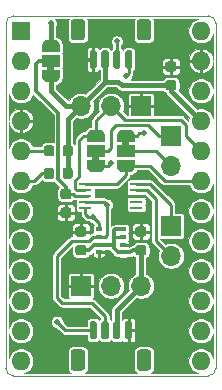
<source format=gbr>
%TF.GenerationSoftware,KiCad,Pcbnew,5.1.6+dfsg1-1~bpo10+1*%
%TF.CreationDate,Date%
%TF.ProjectId,ProMicro_QWIIC,50726f4d-6963-4726-9f5f-51574949432e,v1.0*%
%TF.SameCoordinates,Original*%
%TF.FileFunction,Copper,L1,Top*%
%TF.FilePolarity,Positive*%
%FSLAX45Y45*%
G04 Gerber Fmt 4.5, Leading zero omitted, Abs format (unit mm)*
G04 Created by KiCad*
%MOMM*%
%LPD*%
G01*
G04 APERTURE LIST*
%TA.AperFunction,Profile*%
%ADD10C,0.100000*%
%TD*%
%TA.AperFunction,EtchedComponent*%
%ADD11C,0.150000*%
%TD*%
%TA.AperFunction,SMDPad,CuDef*%
%ADD12C,0.150000*%
%TD*%
%TA.AperFunction,SMDPad,CuDef*%
%ADD13R,1.500000X1.000000*%
%TD*%
%TA.AperFunction,ComponentPad*%
%ADD14O,1.700000X1.700000*%
%TD*%
%TA.AperFunction,ComponentPad*%
%ADD15R,1.700000X1.700000*%
%TD*%
%TA.AperFunction,SMDPad,CuDef*%
%ADD16R,0.500000X0.350000*%
%TD*%
%TA.AperFunction,SMDPad,CuDef*%
%ADD17R,1.100000X0.250000*%
%TD*%
%TA.AperFunction,ComponentPad*%
%ADD18O,1.600000X1.600000*%
%TD*%
%TA.AperFunction,ComponentPad*%
%ADD19R,1.600000X1.600000*%
%TD*%
%TA.AperFunction,ViaPad*%
%ADD20C,0.500000*%
%TD*%
%TA.AperFunction,Conductor*%
%ADD21C,0.400000*%
%TD*%
%TA.AperFunction,Conductor*%
%ADD22C,0.300000*%
%TD*%
%TA.AperFunction,Conductor*%
%ADD23C,0.250000*%
%TD*%
%TA.AperFunction,Conductor*%
%ADD24C,0.125000*%
%TD*%
%ADD25C,0.200000*%
%ADD26C,0.350000*%
G04 APERTURE END LIST*
D10*
X1651000Y63500D02*
X1651000Y-2857500D01*
X-127000Y-2857500D02*
X-127000Y63500D01*
X-63500Y-2921000D02*
G75*
G02*
X-127000Y-2857500I0J63500D01*
G01*
X1651000Y-2857500D02*
G75*
G02*
X1587500Y-2921000I-63500J0D01*
G01*
X1587500Y127000D02*
G75*
G02*
X1651000Y63500I0J-63500D01*
G01*
X-127000Y63500D02*
G75*
G02*
X-63500Y127000I63500J0D01*
G01*
X1587500Y-2921000D02*
X-63500Y-2921000D01*
X-63500Y127000D02*
X1587500Y127000D01*
D11*
G36*
X224000Y-344000D02*
G01*
X224000Y-294000D01*
X284000Y-294000D01*
X284000Y-344000D01*
X224000Y-344000D01*
G37*
G36*
X919000Y-926000D02*
G01*
X919000Y-976000D01*
X859000Y-976000D01*
X859000Y-926000D01*
X919000Y-926000D01*
G37*
G36*
X605000Y-1106000D02*
G01*
X605000Y-1056000D01*
X665000Y-1056000D01*
X665000Y-1106000D01*
X605000Y-1106000D01*
G37*
%TA.AperFunction,SMDPad,CuDef*%
D12*
G36*
X329000Y-329000D02*
G01*
X329000Y-384000D01*
X328940Y-384000D01*
X328940Y-386453D01*
X328459Y-391336D01*
X327502Y-396149D01*
X326077Y-400844D01*
X324200Y-405378D01*
X321886Y-409705D01*
X319160Y-413785D01*
X316048Y-417578D01*
X312578Y-421048D01*
X308785Y-424160D01*
X304705Y-426886D01*
X300378Y-429199D01*
X295845Y-431077D01*
X291149Y-432502D01*
X286337Y-433459D01*
X281453Y-433940D01*
X279000Y-433940D01*
X279000Y-434000D01*
X229000Y-434000D01*
X229000Y-433940D01*
X226547Y-433940D01*
X221663Y-433459D01*
X216851Y-432502D01*
X212155Y-431077D01*
X207622Y-429199D01*
X203295Y-426886D01*
X199215Y-424160D01*
X195422Y-421048D01*
X191952Y-417578D01*
X188840Y-413785D01*
X186114Y-409705D01*
X183800Y-405378D01*
X181923Y-400844D01*
X180498Y-396149D01*
X179541Y-391336D01*
X179060Y-386453D01*
X179060Y-384000D01*
X179000Y-384000D01*
X179000Y-329000D01*
X329000Y-329000D01*
G37*
%TD.AperFunction*%
D13*
X254000Y-254000D03*
%TA.AperFunction,SMDPad,CuDef*%
D12*
G36*
X179060Y-124000D02*
G01*
X179060Y-121547D01*
X179541Y-116663D01*
X180498Y-111851D01*
X181923Y-107155D01*
X183800Y-102622D01*
X186114Y-98295D01*
X188840Y-94215D01*
X191952Y-90422D01*
X195422Y-86952D01*
X199215Y-83840D01*
X203295Y-81114D01*
X207622Y-78801D01*
X212155Y-76923D01*
X216851Y-75498D01*
X221663Y-74541D01*
X226547Y-74060D01*
X229000Y-74060D01*
X229000Y-74000D01*
X279000Y-74000D01*
X279000Y-74060D01*
X281453Y-74060D01*
X286337Y-74541D01*
X291149Y-75498D01*
X295845Y-76923D01*
X300378Y-78801D01*
X304705Y-81114D01*
X308785Y-83840D01*
X312578Y-86952D01*
X316048Y-90422D01*
X319160Y-94215D01*
X321886Y-98295D01*
X324200Y-102622D01*
X326077Y-107155D01*
X327502Y-111851D01*
X328459Y-116663D01*
X328940Y-121547D01*
X328940Y-124000D01*
X329000Y-124000D01*
X329000Y-179000D01*
X179000Y-179000D01*
X179000Y-124000D01*
X179060Y-124000D01*
G37*
%TD.AperFunction*%
%TA.AperFunction,SMDPad,CuDef*%
G36*
G01*
X533625Y-1743000D02*
X482375Y-1743000D01*
G75*
G02*
X460500Y-1721125I0J21875D01*
G01*
X460500Y-1677375D01*
G75*
G02*
X482375Y-1655500I21875J0D01*
G01*
X533625Y-1655500D01*
G75*
G02*
X555500Y-1677375I0J-21875D01*
G01*
X555500Y-1721125D01*
G75*
G02*
X533625Y-1743000I-21875J0D01*
G01*
G37*
%TD.AperFunction*%
%TA.AperFunction,SMDPad,CuDef*%
G36*
G01*
X533625Y-1900500D02*
X482375Y-1900500D01*
G75*
G02*
X460500Y-1878625I0J21875D01*
G01*
X460500Y-1834875D01*
G75*
G02*
X482375Y-1813000I21875J0D01*
G01*
X533625Y-1813000D01*
G75*
G02*
X555500Y-1834875I0J-21875D01*
G01*
X555500Y-1878625D01*
G75*
G02*
X533625Y-1900500I-21875J0D01*
G01*
G37*
%TD.AperFunction*%
%TA.AperFunction,SMDPad,CuDef*%
G36*
G01*
X1041625Y-1743000D02*
X990375Y-1743000D01*
G75*
G02*
X968500Y-1721125I0J21875D01*
G01*
X968500Y-1677375D01*
G75*
G02*
X990375Y-1655500I21875J0D01*
G01*
X1041625Y-1655500D01*
G75*
G02*
X1063500Y-1677375I0J-21875D01*
G01*
X1063500Y-1721125D01*
G75*
G02*
X1041625Y-1743000I-21875J0D01*
G01*
G37*
%TD.AperFunction*%
%TA.AperFunction,SMDPad,CuDef*%
G36*
G01*
X1041625Y-1900500D02*
X990375Y-1900500D01*
G75*
G02*
X968500Y-1878625I0J21875D01*
G01*
X968500Y-1834875D01*
G75*
G02*
X990375Y-1813000I21875J0D01*
G01*
X1041625Y-1813000D01*
G75*
G02*
X1063500Y-1834875I0J-21875D01*
G01*
X1063500Y-1878625D01*
G75*
G02*
X1041625Y-1900500I-21875J0D01*
G01*
G37*
%TD.AperFunction*%
D14*
X508000Y-635000D03*
X762000Y-635000D03*
D15*
X1016000Y-635000D03*
D14*
X1016000Y-2159000D03*
X762000Y-2159000D03*
D15*
X508000Y-2159000D03*
%TA.AperFunction,SMDPad,CuDef*%
D12*
G36*
X814000Y-941000D02*
G01*
X814000Y-886000D01*
X814060Y-886000D01*
X814060Y-883547D01*
X814541Y-878663D01*
X815498Y-873851D01*
X816923Y-869155D01*
X818800Y-864622D01*
X821114Y-860295D01*
X823840Y-856215D01*
X826952Y-852422D01*
X830422Y-848952D01*
X834215Y-845840D01*
X838295Y-843114D01*
X842622Y-840800D01*
X847155Y-838923D01*
X851851Y-837498D01*
X856663Y-836541D01*
X861547Y-836060D01*
X864000Y-836060D01*
X864000Y-836000D01*
X914000Y-836000D01*
X914000Y-836060D01*
X916453Y-836060D01*
X921336Y-836541D01*
X926149Y-837498D01*
X930844Y-838923D01*
X935378Y-840800D01*
X939705Y-843114D01*
X943785Y-845840D01*
X947578Y-848952D01*
X951048Y-852422D01*
X954160Y-856215D01*
X956886Y-860295D01*
X959199Y-864622D01*
X961077Y-869155D01*
X962502Y-873851D01*
X963459Y-878663D01*
X963940Y-883547D01*
X963940Y-886000D01*
X964000Y-886000D01*
X964000Y-941000D01*
X814000Y-941000D01*
G37*
%TD.AperFunction*%
D13*
X889000Y-1016000D03*
%TA.AperFunction,SMDPad,CuDef*%
D12*
G36*
X963940Y-1146000D02*
G01*
X963940Y-1148453D01*
X963459Y-1153337D01*
X962502Y-1158149D01*
X961077Y-1162845D01*
X959199Y-1167378D01*
X956886Y-1171705D01*
X954160Y-1175785D01*
X951048Y-1179578D01*
X947578Y-1183048D01*
X943785Y-1186160D01*
X939705Y-1188886D01*
X935378Y-1191200D01*
X930844Y-1193077D01*
X926149Y-1194502D01*
X921336Y-1195459D01*
X916453Y-1195940D01*
X914000Y-1195940D01*
X914000Y-1196000D01*
X864000Y-1196000D01*
X864000Y-1195940D01*
X861547Y-1195940D01*
X856663Y-1195459D01*
X851851Y-1194502D01*
X847155Y-1193077D01*
X842622Y-1191200D01*
X838295Y-1188886D01*
X834215Y-1186160D01*
X830422Y-1183048D01*
X826952Y-1179578D01*
X823840Y-1175785D01*
X821114Y-1171705D01*
X818800Y-1167378D01*
X816923Y-1162845D01*
X815498Y-1158149D01*
X814541Y-1153337D01*
X814060Y-1148453D01*
X814060Y-1146000D01*
X814000Y-1146000D01*
X814000Y-1091000D01*
X964000Y-1091000D01*
X964000Y-1146000D01*
X963940Y-1146000D01*
G37*
%TD.AperFunction*%
%TA.AperFunction,SMDPad,CuDef*%
G36*
X710000Y-1091000D02*
G01*
X710000Y-1146000D01*
X709940Y-1146000D01*
X709940Y-1148453D01*
X709459Y-1153337D01*
X708502Y-1158149D01*
X707077Y-1162845D01*
X705199Y-1167378D01*
X702886Y-1171705D01*
X700160Y-1175785D01*
X697048Y-1179578D01*
X693578Y-1183048D01*
X689785Y-1186160D01*
X685705Y-1188886D01*
X681378Y-1191200D01*
X676845Y-1193077D01*
X672149Y-1194502D01*
X667337Y-1195459D01*
X662453Y-1195940D01*
X660000Y-1195940D01*
X660000Y-1196000D01*
X610000Y-1196000D01*
X610000Y-1195940D01*
X607547Y-1195940D01*
X602664Y-1195459D01*
X597851Y-1194502D01*
X593156Y-1193077D01*
X588622Y-1191200D01*
X584295Y-1188886D01*
X580215Y-1186160D01*
X576422Y-1183048D01*
X572952Y-1179578D01*
X569840Y-1175785D01*
X567114Y-1171705D01*
X564801Y-1167378D01*
X562923Y-1162845D01*
X561498Y-1158149D01*
X560541Y-1153337D01*
X560060Y-1148453D01*
X560060Y-1146000D01*
X560000Y-1146000D01*
X560000Y-1091000D01*
X710000Y-1091000D01*
G37*
%TD.AperFunction*%
D13*
X635000Y-1016000D03*
%TA.AperFunction,SMDPad,CuDef*%
D12*
G36*
X560060Y-886000D02*
G01*
X560060Y-883547D01*
X560541Y-878663D01*
X561498Y-873851D01*
X562923Y-869155D01*
X564801Y-864622D01*
X567114Y-860295D01*
X569840Y-856215D01*
X572952Y-852422D01*
X576422Y-848952D01*
X580215Y-845840D01*
X584295Y-843114D01*
X588622Y-840800D01*
X593156Y-838923D01*
X597851Y-837498D01*
X602664Y-836541D01*
X607547Y-836060D01*
X610000Y-836060D01*
X610000Y-836000D01*
X660000Y-836000D01*
X660000Y-836060D01*
X662453Y-836060D01*
X667337Y-836541D01*
X672149Y-837498D01*
X676845Y-838923D01*
X681378Y-840800D01*
X685705Y-843114D01*
X689785Y-845840D01*
X693578Y-848952D01*
X697048Y-852422D01*
X700160Y-856215D01*
X702886Y-860295D01*
X705199Y-864622D01*
X707077Y-869155D01*
X708502Y-873851D01*
X709459Y-878663D01*
X709940Y-883547D01*
X709940Y-886000D01*
X710000Y-886000D01*
X710000Y-941000D01*
X560000Y-941000D01*
X560000Y-886000D01*
X560060Y-886000D01*
G37*
%TD.AperFunction*%
D16*
X864500Y-1680500D03*
X864500Y-1745500D03*
X864500Y-1810500D03*
X864500Y-1875500D03*
X659500Y-1875500D03*
X659500Y-1810500D03*
X659500Y-1745500D03*
X659500Y-1680500D03*
D17*
X547000Y-1497000D03*
X547000Y-1447000D03*
X547000Y-1397000D03*
X547000Y-1347000D03*
X547000Y-1297000D03*
X977000Y-1297000D03*
X977000Y-1347000D03*
X977000Y-1397000D03*
X977000Y-1447000D03*
X977000Y-1497000D03*
D14*
X1270000Y-1143000D03*
D15*
X1270000Y-889000D03*
D14*
X1270000Y-1905000D03*
D15*
X1270000Y-1651000D03*
%TA.AperFunction,SMDPad,CuDef*%
G36*
G01*
X352500Y-1041625D02*
X352500Y-990375D01*
G75*
G02*
X374375Y-968500I21875J0D01*
G01*
X418125Y-968500D01*
G75*
G02*
X440000Y-990375I0J-21875D01*
G01*
X440000Y-1041625D01*
G75*
G02*
X418125Y-1063500I-21875J0D01*
G01*
X374375Y-1063500D01*
G75*
G02*
X352500Y-1041625I0J21875D01*
G01*
G37*
%TD.AperFunction*%
%TA.AperFunction,SMDPad,CuDef*%
G36*
G01*
X195000Y-1041625D02*
X195000Y-990375D01*
G75*
G02*
X216875Y-968500I21875J0D01*
G01*
X260625Y-968500D01*
G75*
G02*
X282500Y-990375I0J-21875D01*
G01*
X282500Y-1041625D01*
G75*
G02*
X260625Y-1063500I-21875J0D01*
G01*
X216875Y-1063500D01*
G75*
G02*
X195000Y-1041625I0J21875D01*
G01*
G37*
%TD.AperFunction*%
%TA.AperFunction,SMDPad,CuDef*%
G36*
G01*
X352500Y-1232125D02*
X352500Y-1180875D01*
G75*
G02*
X374375Y-1159000I21875J0D01*
G01*
X418125Y-1159000D01*
G75*
G02*
X440000Y-1180875I0J-21875D01*
G01*
X440000Y-1232125D01*
G75*
G02*
X418125Y-1254000I-21875J0D01*
G01*
X374375Y-1254000D01*
G75*
G02*
X352500Y-1232125I0J21875D01*
G01*
G37*
%TD.AperFunction*%
%TA.AperFunction,SMDPad,CuDef*%
G36*
G01*
X195000Y-1232125D02*
X195000Y-1180875D01*
G75*
G02*
X216875Y-1159000I21875J0D01*
G01*
X260625Y-1159000D01*
G75*
G02*
X282500Y-1180875I0J-21875D01*
G01*
X282500Y-1232125D01*
G75*
G02*
X260625Y-1254000I-21875J0D01*
G01*
X216875Y-1254000D01*
G75*
G02*
X195000Y-1232125I0J21875D01*
G01*
G37*
%TD.AperFunction*%
%TA.AperFunction,SMDPad,CuDef*%
G36*
G01*
X1295625Y-346000D02*
X1244375Y-346000D01*
G75*
G02*
X1222500Y-324125I0J21875D01*
G01*
X1222500Y-280375D01*
G75*
G02*
X1244375Y-258500I21875J0D01*
G01*
X1295625Y-258500D01*
G75*
G02*
X1317500Y-280375I0J-21875D01*
G01*
X1317500Y-324125D01*
G75*
G02*
X1295625Y-346000I-21875J0D01*
G01*
G37*
%TD.AperFunction*%
%TA.AperFunction,SMDPad,CuDef*%
G36*
G01*
X1295625Y-503500D02*
X1244375Y-503500D01*
G75*
G02*
X1222500Y-481625I0J21875D01*
G01*
X1222500Y-437875D01*
G75*
G02*
X1244375Y-416000I21875J0D01*
G01*
X1295625Y-416000D01*
G75*
G02*
X1317500Y-437875I0J-21875D01*
G01*
X1317500Y-481625D01*
G75*
G02*
X1295625Y-503500I-21875J0D01*
G01*
G37*
%TD.AperFunction*%
%TA.AperFunction,SMDPad,CuDef*%
G36*
G01*
X542000Y-2722000D02*
X542000Y-2852000D01*
G75*
G02*
X517000Y-2877000I-25000J0D01*
G01*
X447000Y-2877000D01*
G75*
G02*
X422000Y-2852000I0J25000D01*
G01*
X422000Y-2722000D01*
G75*
G02*
X447000Y-2697000I25000J0D01*
G01*
X517000Y-2697000D01*
G75*
G02*
X542000Y-2722000I0J-25000D01*
G01*
G37*
%TD.AperFunction*%
%TA.AperFunction,SMDPad,CuDef*%
G36*
G01*
X1102000Y-2722000D02*
X1102000Y-2852000D01*
G75*
G02*
X1077000Y-2877000I-25000J0D01*
G01*
X1007000Y-2877000D01*
G75*
G02*
X982000Y-2852000I0J25000D01*
G01*
X982000Y-2722000D01*
G75*
G02*
X1007000Y-2697000I25000J0D01*
G01*
X1077000Y-2697000D01*
G75*
G02*
X1102000Y-2722000I0J-25000D01*
G01*
G37*
%TD.AperFunction*%
%TA.AperFunction,SMDPad,CuDef*%
G36*
G01*
X642000Y-2472000D02*
X642000Y-2597000D01*
G75*
G02*
X627000Y-2612000I-15000J0D01*
G01*
X597000Y-2612000D01*
G75*
G02*
X582000Y-2597000I0J15000D01*
G01*
X582000Y-2472000D01*
G75*
G02*
X597000Y-2457000I15000J0D01*
G01*
X627000Y-2457000D01*
G75*
G02*
X642000Y-2472000I0J-15000D01*
G01*
G37*
%TD.AperFunction*%
%TA.AperFunction,SMDPad,CuDef*%
G36*
G01*
X742000Y-2472000D02*
X742000Y-2597000D01*
G75*
G02*
X727000Y-2612000I-15000J0D01*
G01*
X697000Y-2612000D01*
G75*
G02*
X682000Y-2597000I0J15000D01*
G01*
X682000Y-2472000D01*
G75*
G02*
X697000Y-2457000I15000J0D01*
G01*
X727000Y-2457000D01*
G75*
G02*
X742000Y-2472000I0J-15000D01*
G01*
G37*
%TD.AperFunction*%
%TA.AperFunction,SMDPad,CuDef*%
G36*
G01*
X842000Y-2472000D02*
X842000Y-2597000D01*
G75*
G02*
X827000Y-2612000I-15000J0D01*
G01*
X797000Y-2612000D01*
G75*
G02*
X782000Y-2597000I0J15000D01*
G01*
X782000Y-2472000D01*
G75*
G02*
X797000Y-2457000I15000J0D01*
G01*
X827000Y-2457000D01*
G75*
G02*
X842000Y-2472000I0J-15000D01*
G01*
G37*
%TD.AperFunction*%
%TA.AperFunction,SMDPad,CuDef*%
G36*
G01*
X942000Y-2472000D02*
X942000Y-2597000D01*
G75*
G02*
X927000Y-2612000I-15000J0D01*
G01*
X897000Y-2612000D01*
G75*
G02*
X882000Y-2597000I0J15000D01*
G01*
X882000Y-2472000D01*
G75*
G02*
X897000Y-2457000I15000J0D01*
G01*
X927000Y-2457000D01*
G75*
G02*
X942000Y-2472000I0J-15000D01*
G01*
G37*
%TD.AperFunction*%
%TA.AperFunction,SMDPad,CuDef*%
G36*
G01*
X982000Y-55000D02*
X982000Y75000D01*
G75*
G02*
X1007000Y100000I25000J0D01*
G01*
X1077000Y100000D01*
G75*
G02*
X1102000Y75000I0J-25000D01*
G01*
X1102000Y-55000D01*
G75*
G02*
X1077000Y-80000I-25000J0D01*
G01*
X1007000Y-80000D01*
G75*
G02*
X982000Y-55000I0J25000D01*
G01*
G37*
%TD.AperFunction*%
%TA.AperFunction,SMDPad,CuDef*%
G36*
G01*
X422000Y-55000D02*
X422000Y75000D01*
G75*
G02*
X447000Y100000I25000J0D01*
G01*
X517000Y100000D01*
G75*
G02*
X542000Y75000I0J-25000D01*
G01*
X542000Y-55000D01*
G75*
G02*
X517000Y-80000I-25000J0D01*
G01*
X447000Y-80000D01*
G75*
G02*
X422000Y-55000I0J25000D01*
G01*
G37*
%TD.AperFunction*%
%TA.AperFunction,SMDPad,CuDef*%
G36*
G01*
X882000Y-305000D02*
X882000Y-180000D01*
G75*
G02*
X897000Y-165000I15000J0D01*
G01*
X927000Y-165000D01*
G75*
G02*
X942000Y-180000I0J-15000D01*
G01*
X942000Y-305000D01*
G75*
G02*
X927000Y-320000I-15000J0D01*
G01*
X897000Y-320000D01*
G75*
G02*
X882000Y-305000I0J15000D01*
G01*
G37*
%TD.AperFunction*%
%TA.AperFunction,SMDPad,CuDef*%
G36*
G01*
X782000Y-305000D02*
X782000Y-180000D01*
G75*
G02*
X797000Y-165000I15000J0D01*
G01*
X827000Y-165000D01*
G75*
G02*
X842000Y-180000I0J-15000D01*
G01*
X842000Y-305000D01*
G75*
G02*
X827000Y-320000I-15000J0D01*
G01*
X797000Y-320000D01*
G75*
G02*
X782000Y-305000I0J15000D01*
G01*
G37*
%TD.AperFunction*%
%TA.AperFunction,SMDPad,CuDef*%
G36*
G01*
X682000Y-305000D02*
X682000Y-180000D01*
G75*
G02*
X697000Y-165000I15000J0D01*
G01*
X727000Y-165000D01*
G75*
G02*
X742000Y-180000I0J-15000D01*
G01*
X742000Y-305000D01*
G75*
G02*
X727000Y-320000I-15000J0D01*
G01*
X697000Y-320000D01*
G75*
G02*
X682000Y-305000I0J15000D01*
G01*
G37*
%TD.AperFunction*%
%TA.AperFunction,SMDPad,CuDef*%
G36*
G01*
X582000Y-305000D02*
X582000Y-180000D01*
G75*
G02*
X597000Y-165000I15000J0D01*
G01*
X627000Y-165000D01*
G75*
G02*
X642000Y-180000I0J-15000D01*
G01*
X642000Y-305000D01*
G75*
G02*
X627000Y-320000I-15000J0D01*
G01*
X597000Y-320000D01*
G75*
G02*
X582000Y-305000I0J15000D01*
G01*
G37*
%TD.AperFunction*%
D18*
X1524000Y0D03*
X1524000Y-254000D03*
X1524000Y-508000D03*
X0Y-2794000D03*
X1524000Y-762000D03*
X0Y-2540000D03*
X1524000Y-1016000D03*
X0Y-2286000D03*
X1524000Y-1270000D03*
X0Y-2032000D03*
X1524000Y-1524000D03*
X0Y-1778000D03*
X1524000Y-1778000D03*
X0Y-1524000D03*
X1524000Y-2032000D03*
X0Y-1270000D03*
X1524000Y-2286000D03*
X0Y-1016000D03*
X1524000Y-2540000D03*
X0Y-762000D03*
X1524000Y-2794000D03*
X0Y-508000D03*
X0Y-254000D03*
D19*
X0Y0D03*
%TA.AperFunction,SMDPad,CuDef*%
G36*
G01*
X355375Y-1495500D02*
X406625Y-1495500D01*
G75*
G02*
X428500Y-1517375I0J-21875D01*
G01*
X428500Y-1561125D01*
G75*
G02*
X406625Y-1583000I-21875J0D01*
G01*
X355375Y-1583000D01*
G75*
G02*
X333500Y-1561125I0J21875D01*
G01*
X333500Y-1517375D01*
G75*
G02*
X355375Y-1495500I21875J0D01*
G01*
G37*
%TD.AperFunction*%
%TA.AperFunction,SMDPad,CuDef*%
G36*
G01*
X355375Y-1338000D02*
X406625Y-1338000D01*
G75*
G02*
X428500Y-1359875I0J-21875D01*
G01*
X428500Y-1403625D01*
G75*
G02*
X406625Y-1425500I-21875J0D01*
G01*
X355375Y-1425500D01*
G75*
G02*
X333500Y-1403625I0J21875D01*
G01*
X333500Y-1359875D01*
G75*
G02*
X355375Y-1338000I21875J0D01*
G01*
G37*
%TD.AperFunction*%
D20*
X863600Y-1435100D03*
X1270000Y-635000D03*
X1079500Y-1231900D03*
X1041400Y-2540000D03*
X927100Y-1587500D03*
X508000Y-812800D03*
X889000Y-2032000D03*
X609600Y-381000D03*
X990600Y-381000D03*
X419100Y-241300D03*
X241300Y-1524000D03*
X508000Y-2413000D03*
X762000Y-2794000D03*
X685800Y-1371600D03*
X1397000Y-2159000D03*
X1397000Y-1397000D03*
X889000Y-381000D03*
X609600Y-1574800D03*
X762000Y-1117600D03*
X304800Y-2463800D03*
X1041400Y-863600D03*
X812800Y-88900D03*
X727399Y-1473200D03*
X254000Y63500D03*
D21*
X812000Y-2534500D02*
X812000Y-2363000D01*
X812000Y-2363000D02*
X1016000Y-2159000D01*
X1016000Y-2159000D02*
X1016000Y-1854200D01*
D22*
X945850Y-1856750D02*
X1016000Y-1856750D01*
X864500Y-1875500D02*
X927100Y-1875500D01*
X927100Y-1875500D02*
X945850Y-1856750D01*
X659500Y-1810500D02*
X756400Y-1810500D01*
X756400Y-1810500D02*
X786650Y-1810500D01*
X786650Y-1810500D02*
X787400Y-1809750D01*
X576050Y-1856750D02*
X508000Y-1856750D01*
X659500Y-1810500D02*
X622300Y-1810500D01*
X622300Y-1810500D02*
X576050Y-1856750D01*
D21*
X396250Y-1016000D02*
X396250Y-1203950D01*
X508000Y-635000D02*
X406400Y-736600D01*
X396250Y-1016000D02*
X396250Y-746750D01*
X396250Y-746750D02*
X406400Y-736600D01*
X712000Y-431000D02*
X712000Y-242500D01*
X508000Y-635000D02*
X712000Y-431000D01*
X1270000Y-508000D02*
X1524000Y-762000D01*
X1270000Y-459750D02*
X1270000Y-508000D01*
D22*
X821400Y-1875500D02*
X864500Y-1875500D01*
X787400Y-1841500D02*
X821400Y-1875500D01*
X787400Y-1778000D02*
X787400Y-1809750D01*
X787400Y-1809750D02*
X787400Y-1841500D01*
D23*
X788150Y-1745500D02*
X787400Y-1746250D01*
X864500Y-1745500D02*
X788150Y-1745500D01*
D22*
X787400Y-1778000D02*
X787400Y-1746250D01*
X796000Y-1680500D02*
X864500Y-1680500D01*
X787400Y-1689100D02*
X796000Y-1680500D01*
X787400Y-1746250D02*
X787400Y-1689100D01*
D21*
X254000Y-384000D02*
X254000Y-508000D01*
X254000Y-508000D02*
X381000Y-635000D01*
X381000Y-635000D02*
X508000Y-635000D01*
X853450Y-459750D02*
X825500Y-431800D01*
X1270000Y-459750D02*
X853450Y-459750D01*
X712800Y-431800D02*
X712000Y-431000D01*
X825500Y-431800D02*
X712800Y-431800D01*
D23*
X113137Y-1270000D02*
X176637Y-1206500D01*
X176637Y-1206500D02*
X241300Y-1206500D01*
X0Y-1270000D02*
X113137Y-1270000D01*
X912000Y-242500D02*
X912000Y-358000D01*
X912000Y-358000D02*
X889000Y-381000D01*
X659500Y-1680500D02*
X659500Y-1624700D01*
X659500Y-1624700D02*
X609600Y-1574800D01*
X571500Y-1574800D02*
X609600Y-1574800D01*
X547000Y-1550300D02*
X571500Y-1574800D01*
X547000Y-1497000D02*
X547000Y-1550300D01*
X733600Y-1146000D02*
X762000Y-1117600D01*
X635000Y-1146000D02*
X733600Y-1146000D01*
X612000Y-2534500D02*
X375500Y-2534500D01*
X375500Y-2534500D02*
X304800Y-2463800D01*
X238750Y-1016000D02*
X0Y-1016000D01*
X609500Y-1745500D02*
X659500Y-1745500D01*
X577000Y-1778000D02*
X609500Y-1745500D01*
X304800Y-1905000D02*
X431800Y-1778000D01*
X304800Y-2260600D02*
X304800Y-1905000D01*
X348900Y-2304700D02*
X304800Y-2260600D01*
X712000Y-2413800D02*
X602900Y-2304700D01*
X431800Y-1778000D02*
X577000Y-1778000D01*
X602900Y-2304700D02*
X348900Y-2304700D01*
X712000Y-2534500D02*
X712000Y-2413800D01*
X980900Y-886000D02*
X1003300Y-863600D01*
X1003300Y-863600D02*
X1041400Y-863600D01*
X889000Y-886000D02*
X980900Y-886000D01*
X812000Y-89700D02*
X812800Y-88900D01*
X812000Y-242500D02*
X812000Y-89700D01*
X727399Y-1508555D02*
X727399Y-1473200D01*
X709500Y-1745500D02*
X727399Y-1727601D01*
X727399Y-1727601D02*
X727399Y-1508555D01*
X659500Y-1745500D02*
X709500Y-1745500D01*
X701199Y-1447000D02*
X727399Y-1473200D01*
X547000Y-1447000D02*
X701199Y-1447000D01*
X1270000Y-1541000D02*
X1270000Y-1651000D01*
X1270000Y-1473200D02*
X1270000Y-1541000D01*
X1093800Y-1297000D02*
X1270000Y-1473200D01*
X977000Y-1297000D02*
X1093800Y-1297000D01*
X1143000Y-1016000D02*
X1270000Y-1143000D01*
X892000Y-1016000D02*
X1143000Y-1016000D01*
X889000Y-1013000D02*
X892000Y-1016000D01*
X735000Y-1016000D02*
X635000Y-1016000D01*
X762000Y-989000D02*
X735000Y-1016000D01*
X762000Y-842233D02*
X762000Y-989000D01*
X804133Y-800100D02*
X762000Y-842233D01*
X1079500Y-800100D02*
X804133Y-800100D01*
X1168400Y-889000D02*
X1079500Y-800100D01*
X1270000Y-889000D02*
X1168400Y-889000D01*
X762000Y-635000D02*
X647700Y-749300D01*
X635000Y-762000D02*
X647700Y-749300D01*
X635000Y-886000D02*
X635000Y-762000D01*
X1397000Y-889000D02*
X1524000Y-1016000D01*
X1397000Y-793750D02*
X1397000Y-889000D01*
X1355750Y-752500D02*
X1397000Y-793750D01*
X879500Y-752500D02*
X1355750Y-752500D01*
X762000Y-635000D02*
X879500Y-752500D01*
X457200Y-1333359D02*
X470841Y-1347000D01*
X470841Y-1347000D02*
X547000Y-1347000D01*
X635000Y-886000D02*
X536400Y-886000D01*
X536400Y-886000D02*
X495300Y-927100D01*
X495300Y-927100D02*
X495300Y-1231849D01*
X495300Y-1231849D02*
X457200Y-1269949D01*
X457200Y-1269949D02*
X457200Y-1333359D01*
X811200Y-1297000D02*
X547000Y-1297000D01*
X889000Y-1219200D02*
X811200Y-1297000D01*
X889000Y-1143000D02*
X889000Y-1219200D01*
X1092200Y-1143000D02*
X889000Y-1143000D01*
X1219200Y-1270000D02*
X1092200Y-1143000D01*
X1524000Y-1270000D02*
X1219200Y-1270000D01*
X1067600Y-1347000D02*
X977000Y-1347000D01*
X1143000Y-1422400D02*
X1067600Y-1347000D01*
X1143000Y-1778000D02*
X1143000Y-1422400D01*
X1270000Y-1905000D02*
X1143000Y-1778000D01*
D21*
X254000Y-124000D02*
X254000Y63500D01*
D23*
X441950Y-1381750D02*
X457200Y-1397000D01*
X381000Y-1381750D02*
X441950Y-1381750D01*
X457200Y-1397000D02*
X571500Y-1397000D01*
D22*
X381000Y-1320800D02*
X381000Y-1381750D01*
X317500Y-1257300D02*
X381000Y-1320800D01*
X317500Y-698500D02*
X317500Y-1257300D01*
X127000Y-508000D02*
X317500Y-698500D01*
X127000Y-281000D02*
X127000Y-508000D01*
X154000Y-254000D02*
X127000Y-281000D01*
X254000Y-254000D02*
X154000Y-254000D01*
D24*
G36*
X1190454Y-1296055D02*
G01*
X1191667Y-1297533D01*
X1197568Y-1302375D01*
X1204299Y-1305974D01*
X1209388Y-1307517D01*
X1211604Y-1308189D01*
X1212221Y-1308250D01*
X1217297Y-1308750D01*
X1217298Y-1308750D01*
X1219200Y-1308937D01*
X1221102Y-1308750D01*
X1425047Y-1308750D01*
X1429842Y-1320328D01*
X1441470Y-1337730D01*
X1456270Y-1352530D01*
X1473672Y-1364158D01*
X1493008Y-1372167D01*
X1513535Y-1376250D01*
X1534465Y-1376250D01*
X1554992Y-1372167D01*
X1574328Y-1364158D01*
X1591730Y-1352530D01*
X1606530Y-1337730D01*
X1618157Y-1320328D01*
X1626167Y-1300992D01*
X1627250Y-1295547D01*
X1627250Y-1498453D01*
X1626167Y-1493008D01*
X1618157Y-1473672D01*
X1606530Y-1456270D01*
X1591730Y-1441470D01*
X1574328Y-1429842D01*
X1554992Y-1421833D01*
X1534465Y-1417750D01*
X1513535Y-1417750D01*
X1493008Y-1421833D01*
X1473672Y-1429842D01*
X1456270Y-1441470D01*
X1441470Y-1456270D01*
X1429842Y-1473672D01*
X1421833Y-1493008D01*
X1417750Y-1513535D01*
X1417750Y-1534465D01*
X1421833Y-1554992D01*
X1429842Y-1574328D01*
X1441470Y-1591730D01*
X1456270Y-1606530D01*
X1473672Y-1618157D01*
X1493008Y-1626167D01*
X1513535Y-1630250D01*
X1534465Y-1630250D01*
X1554992Y-1626167D01*
X1574328Y-1618157D01*
X1591730Y-1606530D01*
X1606530Y-1591730D01*
X1618157Y-1574328D01*
X1626167Y-1554992D01*
X1627250Y-1549547D01*
X1627250Y-1752453D01*
X1626167Y-1747008D01*
X1618157Y-1727672D01*
X1606530Y-1710270D01*
X1591730Y-1695470D01*
X1574328Y-1683842D01*
X1554992Y-1675833D01*
X1534465Y-1671750D01*
X1513535Y-1671750D01*
X1493008Y-1675833D01*
X1473672Y-1683842D01*
X1456270Y-1695470D01*
X1441470Y-1710270D01*
X1429842Y-1727672D01*
X1421833Y-1747008D01*
X1417750Y-1767535D01*
X1417750Y-1788465D01*
X1421833Y-1808992D01*
X1429842Y-1828328D01*
X1441470Y-1845730D01*
X1456270Y-1860530D01*
X1473672Y-1872157D01*
X1493008Y-1880167D01*
X1513535Y-1884250D01*
X1534465Y-1884250D01*
X1554992Y-1880167D01*
X1574328Y-1872157D01*
X1591730Y-1860530D01*
X1606530Y-1845730D01*
X1618157Y-1828328D01*
X1626167Y-1808992D01*
X1627250Y-1803546D01*
X1627250Y-2006453D01*
X1626167Y-2001008D01*
X1618157Y-1981672D01*
X1606530Y-1964270D01*
X1591730Y-1949470D01*
X1574328Y-1937842D01*
X1554992Y-1929833D01*
X1534465Y-1925750D01*
X1513535Y-1925750D01*
X1493008Y-1929833D01*
X1473672Y-1937842D01*
X1456270Y-1949470D01*
X1441470Y-1964270D01*
X1429842Y-1981672D01*
X1421833Y-2001008D01*
X1417750Y-2021535D01*
X1417750Y-2042465D01*
X1421833Y-2062992D01*
X1429842Y-2082328D01*
X1441470Y-2099730D01*
X1456270Y-2114530D01*
X1473672Y-2126158D01*
X1493008Y-2134167D01*
X1513535Y-2138250D01*
X1534465Y-2138250D01*
X1554992Y-2134167D01*
X1574328Y-2126158D01*
X1591730Y-2114530D01*
X1606530Y-2099730D01*
X1618157Y-2082328D01*
X1626167Y-2062992D01*
X1627250Y-2057546D01*
X1627250Y-2260454D01*
X1626167Y-2255008D01*
X1618157Y-2235672D01*
X1606530Y-2218270D01*
X1591730Y-2203470D01*
X1574328Y-2191843D01*
X1554992Y-2183833D01*
X1534465Y-2179750D01*
X1513535Y-2179750D01*
X1493008Y-2183833D01*
X1473672Y-2191843D01*
X1456270Y-2203470D01*
X1441470Y-2218270D01*
X1429842Y-2235672D01*
X1421833Y-2255008D01*
X1417750Y-2275535D01*
X1417750Y-2296465D01*
X1421833Y-2316992D01*
X1429842Y-2336328D01*
X1441470Y-2353730D01*
X1456270Y-2368530D01*
X1473672Y-2380158D01*
X1493008Y-2388167D01*
X1513535Y-2392250D01*
X1534465Y-2392250D01*
X1554992Y-2388167D01*
X1574328Y-2380158D01*
X1591730Y-2368530D01*
X1606530Y-2353730D01*
X1618157Y-2336328D01*
X1626167Y-2316992D01*
X1627250Y-2311546D01*
X1627250Y-2514454D01*
X1626167Y-2509008D01*
X1618157Y-2489672D01*
X1606530Y-2472270D01*
X1591730Y-2457470D01*
X1574328Y-2445843D01*
X1554992Y-2437833D01*
X1534465Y-2433750D01*
X1513535Y-2433750D01*
X1493008Y-2437833D01*
X1473672Y-2445843D01*
X1456270Y-2457470D01*
X1441470Y-2472270D01*
X1429842Y-2489672D01*
X1421833Y-2509008D01*
X1417750Y-2529535D01*
X1417750Y-2550465D01*
X1421833Y-2570992D01*
X1429842Y-2590328D01*
X1441470Y-2607730D01*
X1456270Y-2622530D01*
X1473672Y-2634158D01*
X1493008Y-2642167D01*
X1513535Y-2646250D01*
X1534465Y-2646250D01*
X1554992Y-2642167D01*
X1574328Y-2634158D01*
X1591730Y-2622530D01*
X1606530Y-2607730D01*
X1618157Y-2590328D01*
X1626167Y-2570992D01*
X1627250Y-2565546D01*
X1627250Y-2768454D01*
X1626167Y-2763008D01*
X1618157Y-2743672D01*
X1606530Y-2726270D01*
X1591730Y-2711470D01*
X1574328Y-2699843D01*
X1554992Y-2691833D01*
X1534465Y-2687750D01*
X1513535Y-2687750D01*
X1493008Y-2691833D01*
X1473672Y-2699843D01*
X1456270Y-2711470D01*
X1441470Y-2726270D01*
X1429842Y-2743672D01*
X1421833Y-2763008D01*
X1417750Y-2783535D01*
X1417750Y-2804465D01*
X1421833Y-2824992D01*
X1429842Y-2844328D01*
X1441470Y-2861730D01*
X1456270Y-2876530D01*
X1473672Y-2888157D01*
X1493008Y-2896167D01*
X1498453Y-2897250D01*
X1100807Y-2897250D01*
X1105544Y-2894718D01*
X1113329Y-2888329D01*
X1119718Y-2880544D01*
X1124466Y-2871661D01*
X1127390Y-2862023D01*
X1128377Y-2852000D01*
X1128377Y-2722000D01*
X1127390Y-2711977D01*
X1124466Y-2702339D01*
X1119718Y-2693456D01*
X1113329Y-2685671D01*
X1105544Y-2679282D01*
X1096661Y-2674534D01*
X1087023Y-2671610D01*
X1077000Y-2670623D01*
X1007000Y-2670623D01*
X996977Y-2671610D01*
X987339Y-2674534D01*
X978456Y-2679282D01*
X970671Y-2685671D01*
X964282Y-2693456D01*
X959534Y-2702339D01*
X956610Y-2711977D01*
X955623Y-2722000D01*
X955623Y-2852000D01*
X956610Y-2862023D01*
X959534Y-2871661D01*
X964282Y-2880544D01*
X970671Y-2888329D01*
X978456Y-2894718D01*
X983193Y-2897250D01*
X540807Y-2897250D01*
X545544Y-2894718D01*
X553329Y-2888329D01*
X559718Y-2880544D01*
X564466Y-2871661D01*
X567390Y-2862023D01*
X568377Y-2852000D01*
X568377Y-2722000D01*
X567390Y-2711977D01*
X564466Y-2702339D01*
X559718Y-2693456D01*
X553329Y-2685671D01*
X545544Y-2679282D01*
X536661Y-2674534D01*
X527023Y-2671610D01*
X517000Y-2670623D01*
X447000Y-2670623D01*
X436977Y-2671610D01*
X427339Y-2674534D01*
X418456Y-2679282D01*
X410671Y-2685671D01*
X404282Y-2693456D01*
X399534Y-2702339D01*
X396610Y-2711977D01*
X395623Y-2722000D01*
X395623Y-2852000D01*
X396610Y-2862023D01*
X399534Y-2871661D01*
X404282Y-2880544D01*
X410671Y-2888329D01*
X418456Y-2894718D01*
X423193Y-2897250D01*
X25547Y-2897250D01*
X30992Y-2896167D01*
X50328Y-2888157D01*
X67730Y-2876530D01*
X82530Y-2861730D01*
X94157Y-2844328D01*
X102167Y-2824992D01*
X106250Y-2804465D01*
X106250Y-2783535D01*
X102167Y-2763008D01*
X94157Y-2743672D01*
X82530Y-2726270D01*
X67730Y-2711470D01*
X50328Y-2699843D01*
X30992Y-2691833D01*
X10465Y-2687750D01*
X-10465Y-2687750D01*
X-30992Y-2691833D01*
X-50328Y-2699843D01*
X-67730Y-2711470D01*
X-82530Y-2726270D01*
X-94157Y-2743672D01*
X-102167Y-2763008D01*
X-103250Y-2768453D01*
X-103250Y-2565547D01*
X-102167Y-2570992D01*
X-94157Y-2590328D01*
X-82530Y-2607730D01*
X-67730Y-2622530D01*
X-50328Y-2634158D01*
X-30992Y-2642167D01*
X-10465Y-2646250D01*
X10465Y-2646250D01*
X30992Y-2642167D01*
X50328Y-2634158D01*
X67730Y-2622530D01*
X82530Y-2607730D01*
X94157Y-2590328D01*
X102167Y-2570992D01*
X106250Y-2550465D01*
X106250Y-2529535D01*
X102167Y-2509008D01*
X94157Y-2489672D01*
X82530Y-2472270D01*
X67730Y-2457470D01*
X50328Y-2445843D01*
X30992Y-2437833D01*
X10465Y-2433750D01*
X-10465Y-2433750D01*
X-30992Y-2437833D01*
X-50328Y-2445843D01*
X-67730Y-2457470D01*
X-82530Y-2472270D01*
X-94157Y-2489672D01*
X-102167Y-2509008D01*
X-103250Y-2514453D01*
X-103250Y-2311547D01*
X-102167Y-2316992D01*
X-94157Y-2336328D01*
X-82530Y-2353730D01*
X-67730Y-2368530D01*
X-50328Y-2380158D01*
X-30992Y-2388167D01*
X-10465Y-2392250D01*
X10465Y-2392250D01*
X30992Y-2388167D01*
X50328Y-2380158D01*
X67730Y-2368530D01*
X82530Y-2353730D01*
X94157Y-2336328D01*
X102167Y-2316992D01*
X106250Y-2296465D01*
X106250Y-2275535D01*
X102167Y-2255008D01*
X94157Y-2235672D01*
X82530Y-2218270D01*
X67730Y-2203470D01*
X50328Y-2191843D01*
X30992Y-2183833D01*
X10465Y-2179750D01*
X-10465Y-2179750D01*
X-30992Y-2183833D01*
X-50328Y-2191843D01*
X-67730Y-2203470D01*
X-82530Y-2218270D01*
X-94157Y-2235672D01*
X-102167Y-2255008D01*
X-103250Y-2260453D01*
X-103250Y-2057547D01*
X-102167Y-2062992D01*
X-94157Y-2082328D01*
X-82530Y-2099730D01*
X-67730Y-2114530D01*
X-50328Y-2126158D01*
X-30992Y-2134167D01*
X-10465Y-2138250D01*
X10465Y-2138250D01*
X30992Y-2134167D01*
X50328Y-2126158D01*
X67730Y-2114530D01*
X82530Y-2099730D01*
X94157Y-2082328D01*
X102167Y-2062992D01*
X106250Y-2042465D01*
X106250Y-2021535D01*
X102167Y-2001008D01*
X94157Y-1981672D01*
X82530Y-1964270D01*
X67730Y-1949470D01*
X50328Y-1937842D01*
X30992Y-1929833D01*
X10465Y-1925750D01*
X-10465Y-1925750D01*
X-30992Y-1929833D01*
X-50328Y-1937842D01*
X-67730Y-1949470D01*
X-82530Y-1964270D01*
X-94157Y-1981672D01*
X-102167Y-2001008D01*
X-103250Y-2006453D01*
X-103250Y-1803547D01*
X-102167Y-1808992D01*
X-94157Y-1828328D01*
X-82530Y-1845730D01*
X-67730Y-1860530D01*
X-50328Y-1872157D01*
X-30992Y-1880167D01*
X-10465Y-1884250D01*
X10465Y-1884250D01*
X30992Y-1880167D01*
X50328Y-1872157D01*
X67730Y-1860530D01*
X82530Y-1845730D01*
X94157Y-1828328D01*
X102167Y-1808992D01*
X106250Y-1788465D01*
X106250Y-1767535D01*
X102167Y-1747008D01*
X94157Y-1727672D01*
X82530Y-1710270D01*
X67730Y-1695470D01*
X50328Y-1683842D01*
X30992Y-1675833D01*
X10465Y-1671750D01*
X-10465Y-1671750D01*
X-30992Y-1675833D01*
X-50328Y-1683842D01*
X-67730Y-1695470D01*
X-82530Y-1710270D01*
X-94157Y-1727672D01*
X-102167Y-1747008D01*
X-103250Y-1752453D01*
X-103250Y-1655500D01*
X434123Y-1655500D01*
X434250Y-1683937D01*
X440812Y-1690500D01*
X499250Y-1690500D01*
X499250Y-1635812D01*
X516750Y-1635812D01*
X516750Y-1690500D01*
X575188Y-1690500D01*
X581750Y-1683937D01*
X581877Y-1655500D01*
X581370Y-1650354D01*
X579869Y-1645406D01*
X577432Y-1640846D01*
X574151Y-1636849D01*
X570154Y-1633568D01*
X565594Y-1631131D01*
X560646Y-1629630D01*
X555500Y-1629123D01*
X523312Y-1629250D01*
X516750Y-1635812D01*
X499250Y-1635812D01*
X492687Y-1629250D01*
X460500Y-1629123D01*
X455354Y-1629630D01*
X450406Y-1631131D01*
X445846Y-1633568D01*
X441849Y-1636849D01*
X438568Y-1640846D01*
X436131Y-1645406D01*
X434630Y-1650354D01*
X434123Y-1655500D01*
X-103250Y-1655500D01*
X-103250Y-1549547D01*
X-102167Y-1554992D01*
X-94157Y-1574328D01*
X-82530Y-1591730D01*
X-67730Y-1606530D01*
X-50328Y-1618157D01*
X-30992Y-1626167D01*
X-10465Y-1630250D01*
X10465Y-1630250D01*
X30992Y-1626167D01*
X50328Y-1618157D01*
X67730Y-1606530D01*
X82530Y-1591730D01*
X88363Y-1583000D01*
X307123Y-1583000D01*
X307630Y-1588146D01*
X309131Y-1593094D01*
X311568Y-1597654D01*
X314849Y-1601651D01*
X318846Y-1604932D01*
X323406Y-1607369D01*
X328354Y-1608870D01*
X333500Y-1609377D01*
X365687Y-1609250D01*
X372250Y-1602687D01*
X372250Y-1548000D01*
X389750Y-1548000D01*
X389750Y-1602687D01*
X396312Y-1609250D01*
X428500Y-1609377D01*
X433646Y-1608870D01*
X438594Y-1607369D01*
X443154Y-1604932D01*
X447151Y-1601651D01*
X450432Y-1597654D01*
X452869Y-1593094D01*
X454370Y-1588146D01*
X454877Y-1583000D01*
X454750Y-1554562D01*
X448187Y-1548000D01*
X389750Y-1548000D01*
X372250Y-1548000D01*
X313813Y-1548000D01*
X307250Y-1554562D01*
X307123Y-1583000D01*
X88363Y-1583000D01*
X94157Y-1574328D01*
X102167Y-1554992D01*
X106250Y-1534465D01*
X106250Y-1513535D01*
X102663Y-1495500D01*
X307123Y-1495500D01*
X307250Y-1523937D01*
X313813Y-1530500D01*
X372250Y-1530500D01*
X372250Y-1475812D01*
X389750Y-1475812D01*
X389750Y-1530500D01*
X448187Y-1530500D01*
X454750Y-1523937D01*
X454877Y-1495500D01*
X454370Y-1490354D01*
X452869Y-1485406D01*
X450432Y-1480846D01*
X447151Y-1476849D01*
X443154Y-1473568D01*
X438594Y-1471131D01*
X433646Y-1469630D01*
X428500Y-1469123D01*
X396312Y-1469250D01*
X389750Y-1475812D01*
X372250Y-1475812D01*
X365687Y-1469250D01*
X333500Y-1469123D01*
X328354Y-1469630D01*
X323406Y-1471131D01*
X318846Y-1473568D01*
X314849Y-1476849D01*
X311568Y-1480846D01*
X309131Y-1485406D01*
X307630Y-1490354D01*
X307123Y-1495500D01*
X102663Y-1495500D01*
X102167Y-1493008D01*
X94157Y-1473672D01*
X82530Y-1456270D01*
X67730Y-1441470D01*
X50328Y-1429842D01*
X30992Y-1421833D01*
X10465Y-1417750D01*
X-10465Y-1417750D01*
X-30992Y-1421833D01*
X-50328Y-1429842D01*
X-67730Y-1441470D01*
X-82530Y-1456270D01*
X-94157Y-1473672D01*
X-102167Y-1493008D01*
X-103250Y-1498453D01*
X-103250Y-1295547D01*
X-102167Y-1300992D01*
X-94157Y-1320328D01*
X-82530Y-1337730D01*
X-67730Y-1352530D01*
X-50328Y-1364158D01*
X-30992Y-1372167D01*
X-10465Y-1376250D01*
X10465Y-1376250D01*
X30992Y-1372167D01*
X50328Y-1364158D01*
X67730Y-1352530D01*
X82530Y-1337730D01*
X94157Y-1320328D01*
X98953Y-1308750D01*
X111234Y-1308750D01*
X113137Y-1308937D01*
X115040Y-1308750D01*
X120733Y-1308189D01*
X128038Y-1305974D01*
X134770Y-1302375D01*
X140670Y-1297533D01*
X141883Y-1296055D01*
X177769Y-1260168D01*
X182756Y-1266244D01*
X190068Y-1272245D01*
X198410Y-1276704D01*
X207461Y-1279450D01*
X216875Y-1280377D01*
X260625Y-1280377D01*
X270039Y-1279450D01*
X279090Y-1276704D01*
X280653Y-1275869D01*
X283036Y-1280328D01*
X286900Y-1285036D01*
X286900Y-1285036D01*
X288191Y-1286609D01*
X289764Y-1287900D01*
X324751Y-1322887D01*
X321256Y-1325756D01*
X315255Y-1333068D01*
X310796Y-1341410D01*
X308050Y-1350462D01*
X307123Y-1359875D01*
X307123Y-1403625D01*
X308050Y-1413038D01*
X310796Y-1422090D01*
X315255Y-1430432D01*
X321256Y-1437744D01*
X328568Y-1443745D01*
X336910Y-1448204D01*
X345962Y-1450950D01*
X355375Y-1451877D01*
X406625Y-1451877D01*
X416038Y-1450950D01*
X425090Y-1448204D01*
X433432Y-1443745D01*
X440744Y-1437744D01*
X444189Y-1433547D01*
X449604Y-1435189D01*
X457200Y-1435937D01*
X459103Y-1435750D01*
X465623Y-1435750D01*
X465623Y-1459500D01*
X466130Y-1464646D01*
X467631Y-1469594D01*
X468917Y-1472000D01*
X467631Y-1474406D01*
X466130Y-1479354D01*
X465623Y-1484500D01*
X465623Y-1509500D01*
X466130Y-1514646D01*
X467631Y-1519594D01*
X470068Y-1524154D01*
X473349Y-1528151D01*
X477346Y-1531432D01*
X481906Y-1533869D01*
X486854Y-1535370D01*
X492000Y-1535877D01*
X508250Y-1535877D01*
X508250Y-1548396D01*
X508063Y-1550300D01*
X508811Y-1557896D01*
X511027Y-1565201D01*
X514625Y-1571932D01*
X519467Y-1577833D01*
X520945Y-1579046D01*
X542754Y-1600854D01*
X543967Y-1602333D01*
X549868Y-1607175D01*
X556599Y-1610773D01*
X561688Y-1612317D01*
X563904Y-1612989D01*
X564681Y-1613066D01*
X569597Y-1613550D01*
X569598Y-1613550D01*
X571500Y-1613737D01*
X573402Y-1613550D01*
X575872Y-1613550D01*
X576930Y-1614608D01*
X585324Y-1620217D01*
X594651Y-1624080D01*
X604552Y-1626050D01*
X606049Y-1626050D01*
X620642Y-1640643D01*
X619846Y-1641068D01*
X615849Y-1644349D01*
X612568Y-1648346D01*
X610131Y-1652906D01*
X608630Y-1657854D01*
X608123Y-1663000D01*
X608123Y-1698000D01*
X608630Y-1703146D01*
X609671Y-1706580D01*
X609500Y-1706563D01*
X607598Y-1706750D01*
X607597Y-1706750D01*
X602681Y-1707234D01*
X601904Y-1707311D01*
X599778Y-1707956D01*
X594599Y-1709526D01*
X587868Y-1713125D01*
X581967Y-1717967D01*
X581766Y-1718212D01*
X581750Y-1714562D01*
X575188Y-1708000D01*
X516750Y-1708000D01*
X516750Y-1710000D01*
X499250Y-1710000D01*
X499250Y-1708000D01*
X440812Y-1708000D01*
X434250Y-1714562D01*
X434140Y-1739250D01*
X433702Y-1739250D01*
X431800Y-1739063D01*
X429898Y-1739250D01*
X429897Y-1739250D01*
X425271Y-1739706D01*
X424204Y-1739811D01*
X421988Y-1740483D01*
X416899Y-1742026D01*
X410167Y-1745625D01*
X404267Y-1750467D01*
X403054Y-1751945D01*
X278745Y-1876254D01*
X277267Y-1877467D01*
X272425Y-1883367D01*
X270986Y-1886059D01*
X268827Y-1890099D01*
X266611Y-1897404D01*
X265863Y-1905000D01*
X266050Y-1906904D01*
X266050Y-2258697D01*
X265863Y-2260600D01*
X266611Y-2268196D01*
X266772Y-2268726D01*
X268827Y-2275501D01*
X272425Y-2282232D01*
X277267Y-2288133D01*
X278746Y-2289346D01*
X320154Y-2330755D01*
X321367Y-2332233D01*
X327267Y-2337075D01*
X333999Y-2340673D01*
X339088Y-2342217D01*
X341303Y-2342889D01*
X342081Y-2342966D01*
X346997Y-2343450D01*
X346998Y-2343450D01*
X348900Y-2343637D01*
X350802Y-2343450D01*
X586849Y-2343450D01*
X673250Y-2429851D01*
X673250Y-2438222D01*
X667742Y-2442742D01*
X662596Y-2449012D01*
X662000Y-2450128D01*
X661404Y-2449012D01*
X656258Y-2442742D01*
X649988Y-2437596D01*
X642834Y-2433773D01*
X635072Y-2431418D01*
X627000Y-2430623D01*
X597000Y-2430623D01*
X588928Y-2431418D01*
X581166Y-2433773D01*
X574012Y-2437596D01*
X567742Y-2442742D01*
X562596Y-2449012D01*
X558773Y-2456166D01*
X556418Y-2463928D01*
X555623Y-2472000D01*
X555623Y-2495750D01*
X391551Y-2495750D01*
X356050Y-2460249D01*
X356050Y-2458752D01*
X354080Y-2448851D01*
X350217Y-2439524D01*
X344609Y-2431130D01*
X337470Y-2423992D01*
X329076Y-2418383D01*
X319749Y-2414520D01*
X309848Y-2412550D01*
X299752Y-2412550D01*
X289851Y-2414520D01*
X280524Y-2418383D01*
X272130Y-2423992D01*
X264992Y-2431130D01*
X259383Y-2439524D01*
X255519Y-2448851D01*
X253550Y-2458752D01*
X253550Y-2468848D01*
X255519Y-2478749D01*
X259383Y-2488076D01*
X264992Y-2496470D01*
X272130Y-2503609D01*
X280524Y-2509217D01*
X289851Y-2513081D01*
X299752Y-2515050D01*
X301249Y-2515050D01*
X346754Y-2560555D01*
X347967Y-2562033D01*
X353867Y-2566875D01*
X360599Y-2570474D01*
X365688Y-2572017D01*
X367904Y-2572689D01*
X375500Y-2573437D01*
X377403Y-2573250D01*
X555623Y-2573250D01*
X555623Y-2597000D01*
X556418Y-2605072D01*
X558773Y-2612834D01*
X562596Y-2619988D01*
X567742Y-2626258D01*
X574012Y-2631404D01*
X581166Y-2635227D01*
X588928Y-2637582D01*
X597000Y-2638377D01*
X627000Y-2638377D01*
X635072Y-2637582D01*
X642834Y-2635227D01*
X649988Y-2631404D01*
X656258Y-2626258D01*
X661404Y-2619988D01*
X662000Y-2618872D01*
X662596Y-2619988D01*
X667742Y-2626258D01*
X674012Y-2631404D01*
X681166Y-2635227D01*
X688928Y-2637582D01*
X697000Y-2638377D01*
X727000Y-2638377D01*
X735072Y-2637582D01*
X742834Y-2635227D01*
X749988Y-2631404D01*
X756258Y-2626258D01*
X761404Y-2619988D01*
X762000Y-2618872D01*
X762596Y-2619988D01*
X767742Y-2626258D01*
X774012Y-2631404D01*
X781166Y-2635227D01*
X788928Y-2637582D01*
X797000Y-2638377D01*
X827000Y-2638377D01*
X835072Y-2637582D01*
X842834Y-2635227D01*
X849988Y-2631404D01*
X856258Y-2626258D01*
X858437Y-2623603D01*
X860068Y-2626654D01*
X863349Y-2630651D01*
X867346Y-2633932D01*
X871906Y-2636369D01*
X876854Y-2637870D01*
X882000Y-2638377D01*
X896687Y-2638250D01*
X903250Y-2631688D01*
X903250Y-2543250D01*
X920750Y-2543250D01*
X920750Y-2631688D01*
X927312Y-2638250D01*
X942000Y-2638377D01*
X947146Y-2637870D01*
X952094Y-2636369D01*
X956654Y-2633932D01*
X960651Y-2630651D01*
X963932Y-2626654D01*
X966369Y-2622094D01*
X967870Y-2617146D01*
X968377Y-2612000D01*
X968250Y-2549813D01*
X961687Y-2543250D01*
X920750Y-2543250D01*
X903250Y-2543250D01*
X901250Y-2543250D01*
X901250Y-2525750D01*
X903250Y-2525750D01*
X903250Y-2437313D01*
X920750Y-2437313D01*
X920750Y-2525750D01*
X961687Y-2525750D01*
X968250Y-2519188D01*
X968377Y-2457000D01*
X967870Y-2451854D01*
X966369Y-2446906D01*
X963932Y-2442346D01*
X960651Y-2438349D01*
X956654Y-2435068D01*
X952094Y-2432631D01*
X947146Y-2431130D01*
X942000Y-2430623D01*
X927312Y-2430750D01*
X920750Y-2437313D01*
X903250Y-2437313D01*
X896687Y-2430750D01*
X882000Y-2430623D01*
X876854Y-2431130D01*
X871906Y-2432631D01*
X867346Y-2435068D01*
X863349Y-2438349D01*
X860068Y-2442346D01*
X858437Y-2445397D01*
X858250Y-2445169D01*
X858250Y-2382157D01*
X977103Y-2263304D01*
X983550Y-2265975D01*
X1005043Y-2270250D01*
X1026957Y-2270250D01*
X1048450Y-2265975D01*
X1068697Y-2257589D01*
X1086918Y-2245414D01*
X1102414Y-2229918D01*
X1114589Y-2211697D01*
X1122975Y-2191450D01*
X1127250Y-2169957D01*
X1127250Y-2148043D01*
X1122975Y-2126550D01*
X1114589Y-2106303D01*
X1102414Y-2088082D01*
X1086918Y-2072586D01*
X1068697Y-2060411D01*
X1062250Y-2057741D01*
X1062250Y-1922050D01*
X1068432Y-1918745D01*
X1075744Y-1912744D01*
X1081745Y-1905432D01*
X1086204Y-1897090D01*
X1088950Y-1888038D01*
X1089877Y-1878625D01*
X1089877Y-1834875D01*
X1088950Y-1825461D01*
X1086204Y-1816410D01*
X1081745Y-1808068D01*
X1075744Y-1800756D01*
X1068432Y-1794755D01*
X1060090Y-1790296D01*
X1051039Y-1787550D01*
X1041625Y-1786623D01*
X990375Y-1786623D01*
X980961Y-1787550D01*
X971910Y-1790296D01*
X963568Y-1794755D01*
X956256Y-1800756D01*
X950255Y-1808068D01*
X946362Y-1815351D01*
X945850Y-1815301D01*
X943825Y-1815500D01*
X943824Y-1815500D01*
X937764Y-1816097D01*
X929988Y-1818456D01*
X922822Y-1822286D01*
X916541Y-1827441D01*
X915849Y-1828284D01*
X915877Y-1828000D01*
X915750Y-1825812D01*
X909187Y-1819250D01*
X873250Y-1819250D01*
X873250Y-1821250D01*
X855750Y-1821250D01*
X855750Y-1819250D01*
X853750Y-1819250D01*
X853750Y-1801750D01*
X855750Y-1801750D01*
X855750Y-1799750D01*
X873250Y-1799750D01*
X873250Y-1801750D01*
X909187Y-1801750D01*
X915750Y-1795187D01*
X915877Y-1793000D01*
X915370Y-1787854D01*
X913869Y-1782906D01*
X911432Y-1778346D01*
X911148Y-1778000D01*
X911432Y-1777654D01*
X913869Y-1773094D01*
X915370Y-1768146D01*
X915877Y-1763000D01*
X915877Y-1743000D01*
X942123Y-1743000D01*
X942630Y-1748146D01*
X944131Y-1753094D01*
X946568Y-1757654D01*
X949849Y-1761651D01*
X953846Y-1764932D01*
X958406Y-1767369D01*
X963354Y-1768870D01*
X968500Y-1769377D01*
X1000687Y-1769250D01*
X1007250Y-1762687D01*
X1007250Y-1708000D01*
X1024750Y-1708000D01*
X1024750Y-1762687D01*
X1031312Y-1769250D01*
X1063500Y-1769377D01*
X1068646Y-1768870D01*
X1073594Y-1767369D01*
X1078154Y-1764932D01*
X1082151Y-1761651D01*
X1085432Y-1757654D01*
X1087869Y-1753094D01*
X1089370Y-1748146D01*
X1089877Y-1743000D01*
X1089750Y-1714562D01*
X1083188Y-1708000D01*
X1024750Y-1708000D01*
X1007250Y-1708000D01*
X948812Y-1708000D01*
X942250Y-1714562D01*
X942123Y-1743000D01*
X915877Y-1743000D01*
X915877Y-1728000D01*
X915370Y-1722854D01*
X913869Y-1717906D01*
X911432Y-1713346D01*
X911148Y-1713000D01*
X911432Y-1712654D01*
X913869Y-1708094D01*
X915370Y-1703146D01*
X915877Y-1698000D01*
X915877Y-1663000D01*
X915370Y-1657854D01*
X914656Y-1655500D01*
X942123Y-1655500D01*
X942250Y-1683937D01*
X948812Y-1690500D01*
X1007250Y-1690500D01*
X1007250Y-1635812D01*
X1024750Y-1635812D01*
X1024750Y-1690500D01*
X1083188Y-1690500D01*
X1089750Y-1683937D01*
X1089877Y-1655500D01*
X1089370Y-1650354D01*
X1087869Y-1645406D01*
X1085432Y-1640846D01*
X1082151Y-1636849D01*
X1078154Y-1633568D01*
X1073594Y-1631131D01*
X1068646Y-1629630D01*
X1063500Y-1629123D01*
X1031312Y-1629250D01*
X1024750Y-1635812D01*
X1007250Y-1635812D01*
X1000687Y-1629250D01*
X968500Y-1629123D01*
X963354Y-1629630D01*
X958406Y-1631131D01*
X953846Y-1633568D01*
X949849Y-1636849D01*
X946568Y-1640846D01*
X944131Y-1645406D01*
X942630Y-1650354D01*
X942123Y-1655500D01*
X914656Y-1655500D01*
X913869Y-1652906D01*
X911432Y-1648346D01*
X908151Y-1644349D01*
X904154Y-1641068D01*
X899594Y-1638631D01*
X894646Y-1637130D01*
X889500Y-1636623D01*
X839500Y-1636623D01*
X834354Y-1637130D01*
X829406Y-1638631D01*
X828247Y-1639250D01*
X798024Y-1639250D01*
X796000Y-1639051D01*
X793975Y-1639250D01*
X793974Y-1639250D01*
X787914Y-1639847D01*
X780138Y-1642206D01*
X772972Y-1646036D01*
X766691Y-1651191D01*
X766149Y-1651851D01*
X766149Y-1506928D01*
X767207Y-1505870D01*
X772816Y-1497476D01*
X776679Y-1488149D01*
X778649Y-1478248D01*
X778649Y-1468152D01*
X776679Y-1458251D01*
X772816Y-1448924D01*
X767207Y-1440530D01*
X761177Y-1434500D01*
X895623Y-1434500D01*
X895623Y-1459500D01*
X896130Y-1464646D01*
X897631Y-1469594D01*
X898917Y-1472000D01*
X897631Y-1474406D01*
X896130Y-1479354D01*
X895623Y-1484500D01*
X895623Y-1509500D01*
X896130Y-1514646D01*
X897631Y-1519594D01*
X900068Y-1524154D01*
X903349Y-1528151D01*
X907346Y-1531432D01*
X911906Y-1533869D01*
X916854Y-1535370D01*
X922000Y-1535877D01*
X1032000Y-1535877D01*
X1037146Y-1535370D01*
X1042094Y-1533869D01*
X1046654Y-1531432D01*
X1050651Y-1528151D01*
X1053932Y-1524154D01*
X1056369Y-1519594D01*
X1057870Y-1514646D01*
X1058377Y-1509500D01*
X1058377Y-1484500D01*
X1057870Y-1479354D01*
X1056369Y-1474406D01*
X1055083Y-1472000D01*
X1056369Y-1469594D01*
X1057870Y-1464646D01*
X1058377Y-1459500D01*
X1058377Y-1434500D01*
X1057870Y-1429354D01*
X1056369Y-1424406D01*
X1055083Y-1422000D01*
X1056346Y-1419650D01*
X1057858Y-1414705D01*
X1058250Y-1409812D01*
X1051688Y-1403250D01*
X985750Y-1403250D01*
X985750Y-1407750D01*
X968250Y-1407750D01*
X968250Y-1403250D01*
X902312Y-1403250D01*
X895750Y-1409812D01*
X896142Y-1414705D01*
X897654Y-1419650D01*
X898917Y-1422000D01*
X897631Y-1424406D01*
X896130Y-1429354D01*
X895623Y-1434500D01*
X761177Y-1434500D01*
X760069Y-1433391D01*
X751675Y-1427783D01*
X742348Y-1423919D01*
X732447Y-1421950D01*
X730950Y-1421950D01*
X729945Y-1420945D01*
X728732Y-1419467D01*
X722831Y-1414625D01*
X716100Y-1411026D01*
X708795Y-1408811D01*
X703102Y-1408250D01*
X701199Y-1408063D01*
X699296Y-1408250D01*
X628377Y-1408250D01*
X628377Y-1384500D01*
X627870Y-1379354D01*
X626369Y-1374406D01*
X625083Y-1372000D01*
X626369Y-1369594D01*
X627870Y-1364646D01*
X628377Y-1359500D01*
X628377Y-1335750D01*
X809297Y-1335750D01*
X811200Y-1335937D01*
X813103Y-1335750D01*
X818796Y-1335189D01*
X826101Y-1332974D01*
X832832Y-1329375D01*
X838733Y-1324533D01*
X839946Y-1323055D01*
X878501Y-1284500D01*
X895623Y-1284500D01*
X895623Y-1309500D01*
X896130Y-1314646D01*
X897631Y-1319594D01*
X898917Y-1322000D01*
X897631Y-1324406D01*
X896130Y-1329354D01*
X895623Y-1334500D01*
X895623Y-1359500D01*
X896130Y-1364646D01*
X897631Y-1369594D01*
X898917Y-1372000D01*
X897654Y-1374350D01*
X896142Y-1379295D01*
X895750Y-1384188D01*
X902312Y-1390750D01*
X968250Y-1390750D01*
X968250Y-1386250D01*
X985750Y-1386250D01*
X985750Y-1390750D01*
X1051688Y-1390750D01*
X1054118Y-1388319D01*
X1104250Y-1438451D01*
X1104250Y-1776097D01*
X1104063Y-1778000D01*
X1104811Y-1785596D01*
X1104960Y-1786086D01*
X1107027Y-1792901D01*
X1110625Y-1799632D01*
X1115467Y-1805533D01*
X1116946Y-1806746D01*
X1168802Y-1858603D01*
X1163025Y-1872550D01*
X1158750Y-1894043D01*
X1158750Y-1915957D01*
X1163025Y-1937450D01*
X1171412Y-1957697D01*
X1183587Y-1975918D01*
X1199082Y-1991413D01*
X1217303Y-2003588D01*
X1237550Y-2011975D01*
X1259043Y-2016250D01*
X1280957Y-2016250D01*
X1302450Y-2011975D01*
X1322697Y-2003588D01*
X1340918Y-1991413D01*
X1356414Y-1975918D01*
X1368589Y-1957697D01*
X1376975Y-1937450D01*
X1381250Y-1915957D01*
X1381250Y-1894043D01*
X1376975Y-1872550D01*
X1368589Y-1852303D01*
X1356414Y-1834082D01*
X1340918Y-1818586D01*
X1322697Y-1806411D01*
X1302450Y-1798025D01*
X1280957Y-1793750D01*
X1259043Y-1793750D01*
X1237550Y-1798025D01*
X1223603Y-1803802D01*
X1181869Y-1762069D01*
X1185000Y-1762377D01*
X1355000Y-1762377D01*
X1360146Y-1761870D01*
X1365094Y-1760369D01*
X1369654Y-1757932D01*
X1373651Y-1754651D01*
X1376932Y-1750654D01*
X1379369Y-1746094D01*
X1380870Y-1741146D01*
X1381377Y-1736000D01*
X1381377Y-1566000D01*
X1380870Y-1560854D01*
X1379369Y-1555906D01*
X1376932Y-1551346D01*
X1373651Y-1547349D01*
X1369654Y-1544068D01*
X1365094Y-1541631D01*
X1360146Y-1540130D01*
X1355000Y-1539623D01*
X1308750Y-1539623D01*
X1308750Y-1475102D01*
X1308937Y-1473200D01*
X1308750Y-1471298D01*
X1308750Y-1471297D01*
X1308189Y-1465604D01*
X1305974Y-1458299D01*
X1302375Y-1451567D01*
X1297533Y-1445667D01*
X1296055Y-1444454D01*
X1122546Y-1270946D01*
X1121333Y-1269467D01*
X1115433Y-1264625D01*
X1108701Y-1261027D01*
X1101396Y-1258811D01*
X1095703Y-1258250D01*
X1093800Y-1258063D01*
X1091897Y-1258250D01*
X1033289Y-1258250D01*
X1032000Y-1258123D01*
X922000Y-1258123D01*
X916854Y-1258630D01*
X911906Y-1260131D01*
X907346Y-1262568D01*
X903349Y-1265849D01*
X900068Y-1269846D01*
X897631Y-1274406D01*
X896130Y-1279354D01*
X895623Y-1284500D01*
X878501Y-1284500D01*
X915055Y-1247946D01*
X916533Y-1246733D01*
X921375Y-1240833D01*
X924973Y-1234101D01*
X927189Y-1226796D01*
X927750Y-1221103D01*
X927750Y-1221102D01*
X927771Y-1220889D01*
X933660Y-1219717D01*
X938608Y-1218216D01*
X947664Y-1214465D01*
X952224Y-1212028D01*
X960374Y-1206582D01*
X964371Y-1203302D01*
X971302Y-1196371D01*
X974582Y-1192374D01*
X980028Y-1184224D01*
X981350Y-1181750D01*
X1076149Y-1181750D01*
X1190454Y-1296055D01*
G37*
X1190454Y-1296055D02*
X1191667Y-1297533D01*
X1197568Y-1302375D01*
X1204299Y-1305974D01*
X1209388Y-1307517D01*
X1211604Y-1308189D01*
X1212221Y-1308250D01*
X1217297Y-1308750D01*
X1217298Y-1308750D01*
X1219200Y-1308937D01*
X1221102Y-1308750D01*
X1425047Y-1308750D01*
X1429842Y-1320328D01*
X1441470Y-1337730D01*
X1456270Y-1352530D01*
X1473672Y-1364158D01*
X1493008Y-1372167D01*
X1513535Y-1376250D01*
X1534465Y-1376250D01*
X1554992Y-1372167D01*
X1574328Y-1364158D01*
X1591730Y-1352530D01*
X1606530Y-1337730D01*
X1618157Y-1320328D01*
X1626167Y-1300992D01*
X1627250Y-1295547D01*
X1627250Y-1498453D01*
X1626167Y-1493008D01*
X1618157Y-1473672D01*
X1606530Y-1456270D01*
X1591730Y-1441470D01*
X1574328Y-1429842D01*
X1554992Y-1421833D01*
X1534465Y-1417750D01*
X1513535Y-1417750D01*
X1493008Y-1421833D01*
X1473672Y-1429842D01*
X1456270Y-1441470D01*
X1441470Y-1456270D01*
X1429842Y-1473672D01*
X1421833Y-1493008D01*
X1417750Y-1513535D01*
X1417750Y-1534465D01*
X1421833Y-1554992D01*
X1429842Y-1574328D01*
X1441470Y-1591730D01*
X1456270Y-1606530D01*
X1473672Y-1618157D01*
X1493008Y-1626167D01*
X1513535Y-1630250D01*
X1534465Y-1630250D01*
X1554992Y-1626167D01*
X1574328Y-1618157D01*
X1591730Y-1606530D01*
X1606530Y-1591730D01*
X1618157Y-1574328D01*
X1626167Y-1554992D01*
X1627250Y-1549547D01*
X1627250Y-1752453D01*
X1626167Y-1747008D01*
X1618157Y-1727672D01*
X1606530Y-1710270D01*
X1591730Y-1695470D01*
X1574328Y-1683842D01*
X1554992Y-1675833D01*
X1534465Y-1671750D01*
X1513535Y-1671750D01*
X1493008Y-1675833D01*
X1473672Y-1683842D01*
X1456270Y-1695470D01*
X1441470Y-1710270D01*
X1429842Y-1727672D01*
X1421833Y-1747008D01*
X1417750Y-1767535D01*
X1417750Y-1788465D01*
X1421833Y-1808992D01*
X1429842Y-1828328D01*
X1441470Y-1845730D01*
X1456270Y-1860530D01*
X1473672Y-1872157D01*
X1493008Y-1880167D01*
X1513535Y-1884250D01*
X1534465Y-1884250D01*
X1554992Y-1880167D01*
X1574328Y-1872157D01*
X1591730Y-1860530D01*
X1606530Y-1845730D01*
X1618157Y-1828328D01*
X1626167Y-1808992D01*
X1627250Y-1803546D01*
X1627250Y-2006453D01*
X1626167Y-2001008D01*
X1618157Y-1981672D01*
X1606530Y-1964270D01*
X1591730Y-1949470D01*
X1574328Y-1937842D01*
X1554992Y-1929833D01*
X1534465Y-1925750D01*
X1513535Y-1925750D01*
X1493008Y-1929833D01*
X1473672Y-1937842D01*
X1456270Y-1949470D01*
X1441470Y-1964270D01*
X1429842Y-1981672D01*
X1421833Y-2001008D01*
X1417750Y-2021535D01*
X1417750Y-2042465D01*
X1421833Y-2062992D01*
X1429842Y-2082328D01*
X1441470Y-2099730D01*
X1456270Y-2114530D01*
X1473672Y-2126158D01*
X1493008Y-2134167D01*
X1513535Y-2138250D01*
X1534465Y-2138250D01*
X1554992Y-2134167D01*
X1574328Y-2126158D01*
X1591730Y-2114530D01*
X1606530Y-2099730D01*
X1618157Y-2082328D01*
X1626167Y-2062992D01*
X1627250Y-2057546D01*
X1627250Y-2260454D01*
X1626167Y-2255008D01*
X1618157Y-2235672D01*
X1606530Y-2218270D01*
X1591730Y-2203470D01*
X1574328Y-2191843D01*
X1554992Y-2183833D01*
X1534465Y-2179750D01*
X1513535Y-2179750D01*
X1493008Y-2183833D01*
X1473672Y-2191843D01*
X1456270Y-2203470D01*
X1441470Y-2218270D01*
X1429842Y-2235672D01*
X1421833Y-2255008D01*
X1417750Y-2275535D01*
X1417750Y-2296465D01*
X1421833Y-2316992D01*
X1429842Y-2336328D01*
X1441470Y-2353730D01*
X1456270Y-2368530D01*
X1473672Y-2380158D01*
X1493008Y-2388167D01*
X1513535Y-2392250D01*
X1534465Y-2392250D01*
X1554992Y-2388167D01*
X1574328Y-2380158D01*
X1591730Y-2368530D01*
X1606530Y-2353730D01*
X1618157Y-2336328D01*
X1626167Y-2316992D01*
X1627250Y-2311546D01*
X1627250Y-2514454D01*
X1626167Y-2509008D01*
X1618157Y-2489672D01*
X1606530Y-2472270D01*
X1591730Y-2457470D01*
X1574328Y-2445843D01*
X1554992Y-2437833D01*
X1534465Y-2433750D01*
X1513535Y-2433750D01*
X1493008Y-2437833D01*
X1473672Y-2445843D01*
X1456270Y-2457470D01*
X1441470Y-2472270D01*
X1429842Y-2489672D01*
X1421833Y-2509008D01*
X1417750Y-2529535D01*
X1417750Y-2550465D01*
X1421833Y-2570992D01*
X1429842Y-2590328D01*
X1441470Y-2607730D01*
X1456270Y-2622530D01*
X1473672Y-2634158D01*
X1493008Y-2642167D01*
X1513535Y-2646250D01*
X1534465Y-2646250D01*
X1554992Y-2642167D01*
X1574328Y-2634158D01*
X1591730Y-2622530D01*
X1606530Y-2607730D01*
X1618157Y-2590328D01*
X1626167Y-2570992D01*
X1627250Y-2565546D01*
X1627250Y-2768454D01*
X1626167Y-2763008D01*
X1618157Y-2743672D01*
X1606530Y-2726270D01*
X1591730Y-2711470D01*
X1574328Y-2699843D01*
X1554992Y-2691833D01*
X1534465Y-2687750D01*
X1513535Y-2687750D01*
X1493008Y-2691833D01*
X1473672Y-2699843D01*
X1456270Y-2711470D01*
X1441470Y-2726270D01*
X1429842Y-2743672D01*
X1421833Y-2763008D01*
X1417750Y-2783535D01*
X1417750Y-2804465D01*
X1421833Y-2824992D01*
X1429842Y-2844328D01*
X1441470Y-2861730D01*
X1456270Y-2876530D01*
X1473672Y-2888157D01*
X1493008Y-2896167D01*
X1498453Y-2897250D01*
X1100807Y-2897250D01*
X1105544Y-2894718D01*
X1113329Y-2888329D01*
X1119718Y-2880544D01*
X1124466Y-2871661D01*
X1127390Y-2862023D01*
X1128377Y-2852000D01*
X1128377Y-2722000D01*
X1127390Y-2711977D01*
X1124466Y-2702339D01*
X1119718Y-2693456D01*
X1113329Y-2685671D01*
X1105544Y-2679282D01*
X1096661Y-2674534D01*
X1087023Y-2671610D01*
X1077000Y-2670623D01*
X1007000Y-2670623D01*
X996977Y-2671610D01*
X987339Y-2674534D01*
X978456Y-2679282D01*
X970671Y-2685671D01*
X964282Y-2693456D01*
X959534Y-2702339D01*
X956610Y-2711977D01*
X955623Y-2722000D01*
X955623Y-2852000D01*
X956610Y-2862023D01*
X959534Y-2871661D01*
X964282Y-2880544D01*
X970671Y-2888329D01*
X978456Y-2894718D01*
X983193Y-2897250D01*
X540807Y-2897250D01*
X545544Y-2894718D01*
X553329Y-2888329D01*
X559718Y-2880544D01*
X564466Y-2871661D01*
X567390Y-2862023D01*
X568377Y-2852000D01*
X568377Y-2722000D01*
X567390Y-2711977D01*
X564466Y-2702339D01*
X559718Y-2693456D01*
X553329Y-2685671D01*
X545544Y-2679282D01*
X536661Y-2674534D01*
X527023Y-2671610D01*
X517000Y-2670623D01*
X447000Y-2670623D01*
X436977Y-2671610D01*
X427339Y-2674534D01*
X418456Y-2679282D01*
X410671Y-2685671D01*
X404282Y-2693456D01*
X399534Y-2702339D01*
X396610Y-2711977D01*
X395623Y-2722000D01*
X395623Y-2852000D01*
X396610Y-2862023D01*
X399534Y-2871661D01*
X404282Y-2880544D01*
X410671Y-2888329D01*
X418456Y-2894718D01*
X423193Y-2897250D01*
X25547Y-2897250D01*
X30992Y-2896167D01*
X50328Y-2888157D01*
X67730Y-2876530D01*
X82530Y-2861730D01*
X94157Y-2844328D01*
X102167Y-2824992D01*
X106250Y-2804465D01*
X106250Y-2783535D01*
X102167Y-2763008D01*
X94157Y-2743672D01*
X82530Y-2726270D01*
X67730Y-2711470D01*
X50328Y-2699843D01*
X30992Y-2691833D01*
X10465Y-2687750D01*
X-10465Y-2687750D01*
X-30992Y-2691833D01*
X-50328Y-2699843D01*
X-67730Y-2711470D01*
X-82530Y-2726270D01*
X-94157Y-2743672D01*
X-102167Y-2763008D01*
X-103250Y-2768453D01*
X-103250Y-2565547D01*
X-102167Y-2570992D01*
X-94157Y-2590328D01*
X-82530Y-2607730D01*
X-67730Y-2622530D01*
X-50328Y-2634158D01*
X-30992Y-2642167D01*
X-10465Y-2646250D01*
X10465Y-2646250D01*
X30992Y-2642167D01*
X50328Y-2634158D01*
X67730Y-2622530D01*
X82530Y-2607730D01*
X94157Y-2590328D01*
X102167Y-2570992D01*
X106250Y-2550465D01*
X106250Y-2529535D01*
X102167Y-2509008D01*
X94157Y-2489672D01*
X82530Y-2472270D01*
X67730Y-2457470D01*
X50328Y-2445843D01*
X30992Y-2437833D01*
X10465Y-2433750D01*
X-10465Y-2433750D01*
X-30992Y-2437833D01*
X-50328Y-2445843D01*
X-67730Y-2457470D01*
X-82530Y-2472270D01*
X-94157Y-2489672D01*
X-102167Y-2509008D01*
X-103250Y-2514453D01*
X-103250Y-2311547D01*
X-102167Y-2316992D01*
X-94157Y-2336328D01*
X-82530Y-2353730D01*
X-67730Y-2368530D01*
X-50328Y-2380158D01*
X-30992Y-2388167D01*
X-10465Y-2392250D01*
X10465Y-2392250D01*
X30992Y-2388167D01*
X50328Y-2380158D01*
X67730Y-2368530D01*
X82530Y-2353730D01*
X94157Y-2336328D01*
X102167Y-2316992D01*
X106250Y-2296465D01*
X106250Y-2275535D01*
X102167Y-2255008D01*
X94157Y-2235672D01*
X82530Y-2218270D01*
X67730Y-2203470D01*
X50328Y-2191843D01*
X30992Y-2183833D01*
X10465Y-2179750D01*
X-10465Y-2179750D01*
X-30992Y-2183833D01*
X-50328Y-2191843D01*
X-67730Y-2203470D01*
X-82530Y-2218270D01*
X-94157Y-2235672D01*
X-102167Y-2255008D01*
X-103250Y-2260453D01*
X-103250Y-2057547D01*
X-102167Y-2062992D01*
X-94157Y-2082328D01*
X-82530Y-2099730D01*
X-67730Y-2114530D01*
X-50328Y-2126158D01*
X-30992Y-2134167D01*
X-10465Y-2138250D01*
X10465Y-2138250D01*
X30992Y-2134167D01*
X50328Y-2126158D01*
X67730Y-2114530D01*
X82530Y-2099730D01*
X94157Y-2082328D01*
X102167Y-2062992D01*
X106250Y-2042465D01*
X106250Y-2021535D01*
X102167Y-2001008D01*
X94157Y-1981672D01*
X82530Y-1964270D01*
X67730Y-1949470D01*
X50328Y-1937842D01*
X30992Y-1929833D01*
X10465Y-1925750D01*
X-10465Y-1925750D01*
X-30992Y-1929833D01*
X-50328Y-1937842D01*
X-67730Y-1949470D01*
X-82530Y-1964270D01*
X-94157Y-1981672D01*
X-102167Y-2001008D01*
X-103250Y-2006453D01*
X-103250Y-1803547D01*
X-102167Y-1808992D01*
X-94157Y-1828328D01*
X-82530Y-1845730D01*
X-67730Y-1860530D01*
X-50328Y-1872157D01*
X-30992Y-1880167D01*
X-10465Y-1884250D01*
X10465Y-1884250D01*
X30992Y-1880167D01*
X50328Y-1872157D01*
X67730Y-1860530D01*
X82530Y-1845730D01*
X94157Y-1828328D01*
X102167Y-1808992D01*
X106250Y-1788465D01*
X106250Y-1767535D01*
X102167Y-1747008D01*
X94157Y-1727672D01*
X82530Y-1710270D01*
X67730Y-1695470D01*
X50328Y-1683842D01*
X30992Y-1675833D01*
X10465Y-1671750D01*
X-10465Y-1671750D01*
X-30992Y-1675833D01*
X-50328Y-1683842D01*
X-67730Y-1695470D01*
X-82530Y-1710270D01*
X-94157Y-1727672D01*
X-102167Y-1747008D01*
X-103250Y-1752453D01*
X-103250Y-1655500D01*
X434123Y-1655500D01*
X434250Y-1683937D01*
X440812Y-1690500D01*
X499250Y-1690500D01*
X499250Y-1635812D01*
X516750Y-1635812D01*
X516750Y-1690500D01*
X575188Y-1690500D01*
X581750Y-1683937D01*
X581877Y-1655500D01*
X581370Y-1650354D01*
X579869Y-1645406D01*
X577432Y-1640846D01*
X574151Y-1636849D01*
X570154Y-1633568D01*
X565594Y-1631131D01*
X560646Y-1629630D01*
X555500Y-1629123D01*
X523312Y-1629250D01*
X516750Y-1635812D01*
X499250Y-1635812D01*
X492687Y-1629250D01*
X460500Y-1629123D01*
X455354Y-1629630D01*
X450406Y-1631131D01*
X445846Y-1633568D01*
X441849Y-1636849D01*
X438568Y-1640846D01*
X436131Y-1645406D01*
X434630Y-1650354D01*
X434123Y-1655500D01*
X-103250Y-1655500D01*
X-103250Y-1549547D01*
X-102167Y-1554992D01*
X-94157Y-1574328D01*
X-82530Y-1591730D01*
X-67730Y-1606530D01*
X-50328Y-1618157D01*
X-30992Y-1626167D01*
X-10465Y-1630250D01*
X10465Y-1630250D01*
X30992Y-1626167D01*
X50328Y-1618157D01*
X67730Y-1606530D01*
X82530Y-1591730D01*
X88363Y-1583000D01*
X307123Y-1583000D01*
X307630Y-1588146D01*
X309131Y-1593094D01*
X311568Y-1597654D01*
X314849Y-1601651D01*
X318846Y-1604932D01*
X323406Y-1607369D01*
X328354Y-1608870D01*
X333500Y-1609377D01*
X365687Y-1609250D01*
X372250Y-1602687D01*
X372250Y-1548000D01*
X389750Y-1548000D01*
X389750Y-1602687D01*
X396312Y-1609250D01*
X428500Y-1609377D01*
X433646Y-1608870D01*
X438594Y-1607369D01*
X443154Y-1604932D01*
X447151Y-1601651D01*
X450432Y-1597654D01*
X452869Y-1593094D01*
X454370Y-1588146D01*
X454877Y-1583000D01*
X454750Y-1554562D01*
X448187Y-1548000D01*
X389750Y-1548000D01*
X372250Y-1548000D01*
X313813Y-1548000D01*
X307250Y-1554562D01*
X307123Y-1583000D01*
X88363Y-1583000D01*
X94157Y-1574328D01*
X102167Y-1554992D01*
X106250Y-1534465D01*
X106250Y-1513535D01*
X102663Y-1495500D01*
X307123Y-1495500D01*
X307250Y-1523937D01*
X313813Y-1530500D01*
X372250Y-1530500D01*
X372250Y-1475812D01*
X389750Y-1475812D01*
X389750Y-1530500D01*
X448187Y-1530500D01*
X454750Y-1523937D01*
X454877Y-1495500D01*
X454370Y-1490354D01*
X452869Y-1485406D01*
X450432Y-1480846D01*
X447151Y-1476849D01*
X443154Y-1473568D01*
X438594Y-1471131D01*
X433646Y-1469630D01*
X428500Y-1469123D01*
X396312Y-1469250D01*
X389750Y-1475812D01*
X372250Y-1475812D01*
X365687Y-1469250D01*
X333500Y-1469123D01*
X328354Y-1469630D01*
X323406Y-1471131D01*
X318846Y-1473568D01*
X314849Y-1476849D01*
X311568Y-1480846D01*
X309131Y-1485406D01*
X307630Y-1490354D01*
X307123Y-1495500D01*
X102663Y-1495500D01*
X102167Y-1493008D01*
X94157Y-1473672D01*
X82530Y-1456270D01*
X67730Y-1441470D01*
X50328Y-1429842D01*
X30992Y-1421833D01*
X10465Y-1417750D01*
X-10465Y-1417750D01*
X-30992Y-1421833D01*
X-50328Y-1429842D01*
X-67730Y-1441470D01*
X-82530Y-1456270D01*
X-94157Y-1473672D01*
X-102167Y-1493008D01*
X-103250Y-1498453D01*
X-103250Y-1295547D01*
X-102167Y-1300992D01*
X-94157Y-1320328D01*
X-82530Y-1337730D01*
X-67730Y-1352530D01*
X-50328Y-1364158D01*
X-30992Y-1372167D01*
X-10465Y-1376250D01*
X10465Y-1376250D01*
X30992Y-1372167D01*
X50328Y-1364158D01*
X67730Y-1352530D01*
X82530Y-1337730D01*
X94157Y-1320328D01*
X98953Y-1308750D01*
X111234Y-1308750D01*
X113137Y-1308937D01*
X115040Y-1308750D01*
X120733Y-1308189D01*
X128038Y-1305974D01*
X134770Y-1302375D01*
X140670Y-1297533D01*
X141883Y-1296055D01*
X177769Y-1260168D01*
X182756Y-1266244D01*
X190068Y-1272245D01*
X198410Y-1276704D01*
X207461Y-1279450D01*
X216875Y-1280377D01*
X260625Y-1280377D01*
X270039Y-1279450D01*
X279090Y-1276704D01*
X280653Y-1275869D01*
X283036Y-1280328D01*
X286900Y-1285036D01*
X286900Y-1285036D01*
X288191Y-1286609D01*
X289764Y-1287900D01*
X324751Y-1322887D01*
X321256Y-1325756D01*
X315255Y-1333068D01*
X310796Y-1341410D01*
X308050Y-1350462D01*
X307123Y-1359875D01*
X307123Y-1403625D01*
X308050Y-1413038D01*
X310796Y-1422090D01*
X315255Y-1430432D01*
X321256Y-1437744D01*
X328568Y-1443745D01*
X336910Y-1448204D01*
X345962Y-1450950D01*
X355375Y-1451877D01*
X406625Y-1451877D01*
X416038Y-1450950D01*
X425090Y-1448204D01*
X433432Y-1443745D01*
X440744Y-1437744D01*
X444189Y-1433547D01*
X449604Y-1435189D01*
X457200Y-1435937D01*
X459103Y-1435750D01*
X465623Y-1435750D01*
X465623Y-1459500D01*
X466130Y-1464646D01*
X467631Y-1469594D01*
X468917Y-1472000D01*
X467631Y-1474406D01*
X466130Y-1479354D01*
X465623Y-1484500D01*
X465623Y-1509500D01*
X466130Y-1514646D01*
X467631Y-1519594D01*
X470068Y-1524154D01*
X473349Y-1528151D01*
X477346Y-1531432D01*
X481906Y-1533869D01*
X486854Y-1535370D01*
X492000Y-1535877D01*
X508250Y-1535877D01*
X508250Y-1548396D01*
X508063Y-1550300D01*
X508811Y-1557896D01*
X511027Y-1565201D01*
X514625Y-1571932D01*
X519467Y-1577833D01*
X520945Y-1579046D01*
X542754Y-1600854D01*
X543967Y-1602333D01*
X549868Y-1607175D01*
X556599Y-1610773D01*
X561688Y-1612317D01*
X563904Y-1612989D01*
X564681Y-1613066D01*
X569597Y-1613550D01*
X569598Y-1613550D01*
X571500Y-1613737D01*
X573402Y-1613550D01*
X575872Y-1613550D01*
X576930Y-1614608D01*
X585324Y-1620217D01*
X594651Y-1624080D01*
X604552Y-1626050D01*
X606049Y-1626050D01*
X620642Y-1640643D01*
X619846Y-1641068D01*
X615849Y-1644349D01*
X612568Y-1648346D01*
X610131Y-1652906D01*
X608630Y-1657854D01*
X608123Y-1663000D01*
X608123Y-1698000D01*
X608630Y-1703146D01*
X609671Y-1706580D01*
X609500Y-1706563D01*
X607598Y-1706750D01*
X607597Y-1706750D01*
X602681Y-1707234D01*
X601904Y-1707311D01*
X599778Y-1707956D01*
X594599Y-1709526D01*
X587868Y-1713125D01*
X581967Y-1717967D01*
X581766Y-1718212D01*
X581750Y-1714562D01*
X575188Y-1708000D01*
X516750Y-1708000D01*
X516750Y-1710000D01*
X499250Y-1710000D01*
X499250Y-1708000D01*
X440812Y-1708000D01*
X434250Y-1714562D01*
X434140Y-1739250D01*
X433702Y-1739250D01*
X431800Y-1739063D01*
X429898Y-1739250D01*
X429897Y-1739250D01*
X425271Y-1739706D01*
X424204Y-1739811D01*
X421988Y-1740483D01*
X416899Y-1742026D01*
X410167Y-1745625D01*
X404267Y-1750467D01*
X403054Y-1751945D01*
X278745Y-1876254D01*
X277267Y-1877467D01*
X272425Y-1883367D01*
X270986Y-1886059D01*
X268827Y-1890099D01*
X266611Y-1897404D01*
X265863Y-1905000D01*
X266050Y-1906904D01*
X266050Y-2258697D01*
X265863Y-2260600D01*
X266611Y-2268196D01*
X266772Y-2268726D01*
X268827Y-2275501D01*
X272425Y-2282232D01*
X277267Y-2288133D01*
X278746Y-2289346D01*
X320154Y-2330755D01*
X321367Y-2332233D01*
X327267Y-2337075D01*
X333999Y-2340673D01*
X339088Y-2342217D01*
X341303Y-2342889D01*
X342081Y-2342966D01*
X346997Y-2343450D01*
X346998Y-2343450D01*
X348900Y-2343637D01*
X350802Y-2343450D01*
X586849Y-2343450D01*
X673250Y-2429851D01*
X673250Y-2438222D01*
X667742Y-2442742D01*
X662596Y-2449012D01*
X662000Y-2450128D01*
X661404Y-2449012D01*
X656258Y-2442742D01*
X649988Y-2437596D01*
X642834Y-2433773D01*
X635072Y-2431418D01*
X627000Y-2430623D01*
X597000Y-2430623D01*
X588928Y-2431418D01*
X581166Y-2433773D01*
X574012Y-2437596D01*
X567742Y-2442742D01*
X562596Y-2449012D01*
X558773Y-2456166D01*
X556418Y-2463928D01*
X555623Y-2472000D01*
X555623Y-2495750D01*
X391551Y-2495750D01*
X356050Y-2460249D01*
X356050Y-2458752D01*
X354080Y-2448851D01*
X350217Y-2439524D01*
X344609Y-2431130D01*
X337470Y-2423992D01*
X329076Y-2418383D01*
X319749Y-2414520D01*
X309848Y-2412550D01*
X299752Y-2412550D01*
X289851Y-2414520D01*
X280524Y-2418383D01*
X272130Y-2423992D01*
X264992Y-2431130D01*
X259383Y-2439524D01*
X255519Y-2448851D01*
X253550Y-2458752D01*
X253550Y-2468848D01*
X255519Y-2478749D01*
X259383Y-2488076D01*
X264992Y-2496470D01*
X272130Y-2503609D01*
X280524Y-2509217D01*
X289851Y-2513081D01*
X299752Y-2515050D01*
X301249Y-2515050D01*
X346754Y-2560555D01*
X347967Y-2562033D01*
X353867Y-2566875D01*
X360599Y-2570474D01*
X365688Y-2572017D01*
X367904Y-2572689D01*
X375500Y-2573437D01*
X377403Y-2573250D01*
X555623Y-2573250D01*
X555623Y-2597000D01*
X556418Y-2605072D01*
X558773Y-2612834D01*
X562596Y-2619988D01*
X567742Y-2626258D01*
X574012Y-2631404D01*
X581166Y-2635227D01*
X588928Y-2637582D01*
X597000Y-2638377D01*
X627000Y-2638377D01*
X635072Y-2637582D01*
X642834Y-2635227D01*
X649988Y-2631404D01*
X656258Y-2626258D01*
X661404Y-2619988D01*
X662000Y-2618872D01*
X662596Y-2619988D01*
X667742Y-2626258D01*
X674012Y-2631404D01*
X681166Y-2635227D01*
X688928Y-2637582D01*
X697000Y-2638377D01*
X727000Y-2638377D01*
X735072Y-2637582D01*
X742834Y-2635227D01*
X749988Y-2631404D01*
X756258Y-2626258D01*
X761404Y-2619988D01*
X762000Y-2618872D01*
X762596Y-2619988D01*
X767742Y-2626258D01*
X774012Y-2631404D01*
X781166Y-2635227D01*
X788928Y-2637582D01*
X797000Y-2638377D01*
X827000Y-2638377D01*
X835072Y-2637582D01*
X842834Y-2635227D01*
X849988Y-2631404D01*
X856258Y-2626258D01*
X858437Y-2623603D01*
X860068Y-2626654D01*
X863349Y-2630651D01*
X867346Y-2633932D01*
X871906Y-2636369D01*
X876854Y-2637870D01*
X882000Y-2638377D01*
X896687Y-2638250D01*
X903250Y-2631688D01*
X903250Y-2543250D01*
X920750Y-2543250D01*
X920750Y-2631688D01*
X927312Y-2638250D01*
X942000Y-2638377D01*
X947146Y-2637870D01*
X952094Y-2636369D01*
X956654Y-2633932D01*
X960651Y-2630651D01*
X963932Y-2626654D01*
X966369Y-2622094D01*
X967870Y-2617146D01*
X968377Y-2612000D01*
X968250Y-2549813D01*
X961687Y-2543250D01*
X920750Y-2543250D01*
X903250Y-2543250D01*
X901250Y-2543250D01*
X901250Y-2525750D01*
X903250Y-2525750D01*
X903250Y-2437313D01*
X920750Y-2437313D01*
X920750Y-2525750D01*
X961687Y-2525750D01*
X968250Y-2519188D01*
X968377Y-2457000D01*
X967870Y-2451854D01*
X966369Y-2446906D01*
X963932Y-2442346D01*
X960651Y-2438349D01*
X956654Y-2435068D01*
X952094Y-2432631D01*
X947146Y-2431130D01*
X942000Y-2430623D01*
X927312Y-2430750D01*
X920750Y-2437313D01*
X903250Y-2437313D01*
X896687Y-2430750D01*
X882000Y-2430623D01*
X876854Y-2431130D01*
X871906Y-2432631D01*
X867346Y-2435068D01*
X863349Y-2438349D01*
X860068Y-2442346D01*
X858437Y-2445397D01*
X858250Y-2445169D01*
X858250Y-2382157D01*
X977103Y-2263304D01*
X983550Y-2265975D01*
X1005043Y-2270250D01*
X1026957Y-2270250D01*
X1048450Y-2265975D01*
X1068697Y-2257589D01*
X1086918Y-2245414D01*
X1102414Y-2229918D01*
X1114589Y-2211697D01*
X1122975Y-2191450D01*
X1127250Y-2169957D01*
X1127250Y-2148043D01*
X1122975Y-2126550D01*
X1114589Y-2106303D01*
X1102414Y-2088082D01*
X1086918Y-2072586D01*
X1068697Y-2060411D01*
X1062250Y-2057741D01*
X1062250Y-1922050D01*
X1068432Y-1918745D01*
X1075744Y-1912744D01*
X1081745Y-1905432D01*
X1086204Y-1897090D01*
X1088950Y-1888038D01*
X1089877Y-1878625D01*
X1089877Y-1834875D01*
X1088950Y-1825461D01*
X1086204Y-1816410D01*
X1081745Y-1808068D01*
X1075744Y-1800756D01*
X1068432Y-1794755D01*
X1060090Y-1790296D01*
X1051039Y-1787550D01*
X1041625Y-1786623D01*
X990375Y-1786623D01*
X980961Y-1787550D01*
X971910Y-1790296D01*
X963568Y-1794755D01*
X956256Y-1800756D01*
X950255Y-1808068D01*
X946362Y-1815351D01*
X945850Y-1815301D01*
X943825Y-1815500D01*
X943824Y-1815500D01*
X937764Y-1816097D01*
X929988Y-1818456D01*
X922822Y-1822286D01*
X916541Y-1827441D01*
X915849Y-1828284D01*
X915877Y-1828000D01*
X915750Y-1825812D01*
X909187Y-1819250D01*
X873250Y-1819250D01*
X873250Y-1821250D01*
X855750Y-1821250D01*
X855750Y-1819250D01*
X853750Y-1819250D01*
X853750Y-1801750D01*
X855750Y-1801750D01*
X855750Y-1799750D01*
X873250Y-1799750D01*
X873250Y-1801750D01*
X909187Y-1801750D01*
X915750Y-1795187D01*
X915877Y-1793000D01*
X915370Y-1787854D01*
X913869Y-1782906D01*
X911432Y-1778346D01*
X911148Y-1778000D01*
X911432Y-1777654D01*
X913869Y-1773094D01*
X915370Y-1768146D01*
X915877Y-1763000D01*
X915877Y-1743000D01*
X942123Y-1743000D01*
X942630Y-1748146D01*
X944131Y-1753094D01*
X946568Y-1757654D01*
X949849Y-1761651D01*
X953846Y-1764932D01*
X958406Y-1767369D01*
X963354Y-1768870D01*
X968500Y-1769377D01*
X1000687Y-1769250D01*
X1007250Y-1762687D01*
X1007250Y-1708000D01*
X1024750Y-1708000D01*
X1024750Y-1762687D01*
X1031312Y-1769250D01*
X1063500Y-1769377D01*
X1068646Y-1768870D01*
X1073594Y-1767369D01*
X1078154Y-1764932D01*
X1082151Y-1761651D01*
X1085432Y-1757654D01*
X1087869Y-1753094D01*
X1089370Y-1748146D01*
X1089877Y-1743000D01*
X1089750Y-1714562D01*
X1083188Y-1708000D01*
X1024750Y-1708000D01*
X1007250Y-1708000D01*
X948812Y-1708000D01*
X942250Y-1714562D01*
X942123Y-1743000D01*
X915877Y-1743000D01*
X915877Y-1728000D01*
X915370Y-1722854D01*
X913869Y-1717906D01*
X911432Y-1713346D01*
X911148Y-1713000D01*
X911432Y-1712654D01*
X913869Y-1708094D01*
X915370Y-1703146D01*
X915877Y-1698000D01*
X915877Y-1663000D01*
X915370Y-1657854D01*
X914656Y-1655500D01*
X942123Y-1655500D01*
X942250Y-1683937D01*
X948812Y-1690500D01*
X1007250Y-1690500D01*
X1007250Y-1635812D01*
X1024750Y-1635812D01*
X1024750Y-1690500D01*
X1083188Y-1690500D01*
X1089750Y-1683937D01*
X1089877Y-1655500D01*
X1089370Y-1650354D01*
X1087869Y-1645406D01*
X1085432Y-1640846D01*
X1082151Y-1636849D01*
X1078154Y-1633568D01*
X1073594Y-1631131D01*
X1068646Y-1629630D01*
X1063500Y-1629123D01*
X1031312Y-1629250D01*
X1024750Y-1635812D01*
X1007250Y-1635812D01*
X1000687Y-1629250D01*
X968500Y-1629123D01*
X963354Y-1629630D01*
X958406Y-1631131D01*
X953846Y-1633568D01*
X949849Y-1636849D01*
X946568Y-1640846D01*
X944131Y-1645406D01*
X942630Y-1650354D01*
X942123Y-1655500D01*
X914656Y-1655500D01*
X913869Y-1652906D01*
X911432Y-1648346D01*
X908151Y-1644349D01*
X904154Y-1641068D01*
X899594Y-1638631D01*
X894646Y-1637130D01*
X889500Y-1636623D01*
X839500Y-1636623D01*
X834354Y-1637130D01*
X829406Y-1638631D01*
X828247Y-1639250D01*
X798024Y-1639250D01*
X796000Y-1639051D01*
X793975Y-1639250D01*
X793974Y-1639250D01*
X787914Y-1639847D01*
X780138Y-1642206D01*
X772972Y-1646036D01*
X766691Y-1651191D01*
X766149Y-1651851D01*
X766149Y-1506928D01*
X767207Y-1505870D01*
X772816Y-1497476D01*
X776679Y-1488149D01*
X778649Y-1478248D01*
X778649Y-1468152D01*
X776679Y-1458251D01*
X772816Y-1448924D01*
X767207Y-1440530D01*
X761177Y-1434500D01*
X895623Y-1434500D01*
X895623Y-1459500D01*
X896130Y-1464646D01*
X897631Y-1469594D01*
X898917Y-1472000D01*
X897631Y-1474406D01*
X896130Y-1479354D01*
X895623Y-1484500D01*
X895623Y-1509500D01*
X896130Y-1514646D01*
X897631Y-1519594D01*
X900068Y-1524154D01*
X903349Y-1528151D01*
X907346Y-1531432D01*
X911906Y-1533869D01*
X916854Y-1535370D01*
X922000Y-1535877D01*
X1032000Y-1535877D01*
X1037146Y-1535370D01*
X1042094Y-1533869D01*
X1046654Y-1531432D01*
X1050651Y-1528151D01*
X1053932Y-1524154D01*
X1056369Y-1519594D01*
X1057870Y-1514646D01*
X1058377Y-1509500D01*
X1058377Y-1484500D01*
X1057870Y-1479354D01*
X1056369Y-1474406D01*
X1055083Y-1472000D01*
X1056369Y-1469594D01*
X1057870Y-1464646D01*
X1058377Y-1459500D01*
X1058377Y-1434500D01*
X1057870Y-1429354D01*
X1056369Y-1424406D01*
X1055083Y-1422000D01*
X1056346Y-1419650D01*
X1057858Y-1414705D01*
X1058250Y-1409812D01*
X1051688Y-1403250D01*
X985750Y-1403250D01*
X985750Y-1407750D01*
X968250Y-1407750D01*
X968250Y-1403250D01*
X902312Y-1403250D01*
X895750Y-1409812D01*
X896142Y-1414705D01*
X897654Y-1419650D01*
X898917Y-1422000D01*
X897631Y-1424406D01*
X896130Y-1429354D01*
X895623Y-1434500D01*
X761177Y-1434500D01*
X760069Y-1433391D01*
X751675Y-1427783D01*
X742348Y-1423919D01*
X732447Y-1421950D01*
X730950Y-1421950D01*
X729945Y-1420945D01*
X728732Y-1419467D01*
X722831Y-1414625D01*
X716100Y-1411026D01*
X708795Y-1408811D01*
X703102Y-1408250D01*
X701199Y-1408063D01*
X699296Y-1408250D01*
X628377Y-1408250D01*
X628377Y-1384500D01*
X627870Y-1379354D01*
X626369Y-1374406D01*
X625083Y-1372000D01*
X626369Y-1369594D01*
X627870Y-1364646D01*
X628377Y-1359500D01*
X628377Y-1335750D01*
X809297Y-1335750D01*
X811200Y-1335937D01*
X813103Y-1335750D01*
X818796Y-1335189D01*
X826101Y-1332974D01*
X832832Y-1329375D01*
X838733Y-1324533D01*
X839946Y-1323055D01*
X878501Y-1284500D01*
X895623Y-1284500D01*
X895623Y-1309500D01*
X896130Y-1314646D01*
X897631Y-1319594D01*
X898917Y-1322000D01*
X897631Y-1324406D01*
X896130Y-1329354D01*
X895623Y-1334500D01*
X895623Y-1359500D01*
X896130Y-1364646D01*
X897631Y-1369594D01*
X898917Y-1372000D01*
X897654Y-1374350D01*
X896142Y-1379295D01*
X895750Y-1384188D01*
X902312Y-1390750D01*
X968250Y-1390750D01*
X968250Y-1386250D01*
X985750Y-1386250D01*
X985750Y-1390750D01*
X1051688Y-1390750D01*
X1054118Y-1388319D01*
X1104250Y-1438451D01*
X1104250Y-1776097D01*
X1104063Y-1778000D01*
X1104811Y-1785596D01*
X1104960Y-1786086D01*
X1107027Y-1792901D01*
X1110625Y-1799632D01*
X1115467Y-1805533D01*
X1116946Y-1806746D01*
X1168802Y-1858603D01*
X1163025Y-1872550D01*
X1158750Y-1894043D01*
X1158750Y-1915957D01*
X1163025Y-1937450D01*
X1171412Y-1957697D01*
X1183587Y-1975918D01*
X1199082Y-1991413D01*
X1217303Y-2003588D01*
X1237550Y-2011975D01*
X1259043Y-2016250D01*
X1280957Y-2016250D01*
X1302450Y-2011975D01*
X1322697Y-2003588D01*
X1340918Y-1991413D01*
X1356414Y-1975918D01*
X1368589Y-1957697D01*
X1376975Y-1937450D01*
X1381250Y-1915957D01*
X1381250Y-1894043D01*
X1376975Y-1872550D01*
X1368589Y-1852303D01*
X1356414Y-1834082D01*
X1340918Y-1818586D01*
X1322697Y-1806411D01*
X1302450Y-1798025D01*
X1280957Y-1793750D01*
X1259043Y-1793750D01*
X1237550Y-1798025D01*
X1223603Y-1803802D01*
X1181869Y-1762069D01*
X1185000Y-1762377D01*
X1355000Y-1762377D01*
X1360146Y-1761870D01*
X1365094Y-1760369D01*
X1369654Y-1757932D01*
X1373651Y-1754651D01*
X1376932Y-1750654D01*
X1379369Y-1746094D01*
X1380870Y-1741146D01*
X1381377Y-1736000D01*
X1381377Y-1566000D01*
X1380870Y-1560854D01*
X1379369Y-1555906D01*
X1376932Y-1551346D01*
X1373651Y-1547349D01*
X1369654Y-1544068D01*
X1365094Y-1541631D01*
X1360146Y-1540130D01*
X1355000Y-1539623D01*
X1308750Y-1539623D01*
X1308750Y-1475102D01*
X1308937Y-1473200D01*
X1308750Y-1471298D01*
X1308750Y-1471297D01*
X1308189Y-1465604D01*
X1305974Y-1458299D01*
X1302375Y-1451567D01*
X1297533Y-1445667D01*
X1296055Y-1444454D01*
X1122546Y-1270946D01*
X1121333Y-1269467D01*
X1115433Y-1264625D01*
X1108701Y-1261027D01*
X1101396Y-1258811D01*
X1095703Y-1258250D01*
X1093800Y-1258063D01*
X1091897Y-1258250D01*
X1033289Y-1258250D01*
X1032000Y-1258123D01*
X922000Y-1258123D01*
X916854Y-1258630D01*
X911906Y-1260131D01*
X907346Y-1262568D01*
X903349Y-1265849D01*
X900068Y-1269846D01*
X897631Y-1274406D01*
X896130Y-1279354D01*
X895623Y-1284500D01*
X878501Y-1284500D01*
X915055Y-1247946D01*
X916533Y-1246733D01*
X921375Y-1240833D01*
X924973Y-1234101D01*
X927189Y-1226796D01*
X927750Y-1221103D01*
X927750Y-1221102D01*
X927771Y-1220889D01*
X933660Y-1219717D01*
X938608Y-1218216D01*
X947664Y-1214465D01*
X952224Y-1212028D01*
X960374Y-1206582D01*
X964371Y-1203302D01*
X971302Y-1196371D01*
X974582Y-1192374D01*
X980028Y-1184224D01*
X981350Y-1181750D01*
X1076149Y-1181750D01*
X1190454Y-1296055D01*
G36*
X434123Y-1834875D02*
G01*
X434123Y-1878625D01*
X435050Y-1888038D01*
X437796Y-1897090D01*
X442255Y-1905432D01*
X448256Y-1912744D01*
X455568Y-1918745D01*
X463910Y-1923204D01*
X472961Y-1925950D01*
X482375Y-1926877D01*
X533625Y-1926877D01*
X543039Y-1925950D01*
X552090Y-1923204D01*
X560432Y-1918745D01*
X567744Y-1912744D01*
X573745Y-1905432D01*
X577698Y-1898037D01*
X578075Y-1898000D01*
X578076Y-1898000D01*
X584136Y-1897403D01*
X591912Y-1895044D01*
X599078Y-1891214D01*
X605359Y-1886059D01*
X606651Y-1884485D01*
X608250Y-1882886D01*
X608250Y-1884250D01*
X614812Y-1884250D01*
X608250Y-1890812D01*
X608123Y-1893000D01*
X608630Y-1898146D01*
X610131Y-1903094D01*
X612568Y-1907654D01*
X615849Y-1911651D01*
X619846Y-1914932D01*
X624406Y-1917369D01*
X629354Y-1918870D01*
X634500Y-1919377D01*
X644188Y-1919250D01*
X650750Y-1912687D01*
X650750Y-1884250D01*
X668250Y-1884250D01*
X668250Y-1912687D01*
X674813Y-1919250D01*
X684500Y-1919377D01*
X689646Y-1918870D01*
X694594Y-1917369D01*
X699154Y-1914932D01*
X703151Y-1911651D01*
X706432Y-1907654D01*
X708869Y-1903094D01*
X710370Y-1898146D01*
X710877Y-1893000D01*
X710750Y-1890812D01*
X704187Y-1884250D01*
X668250Y-1884250D01*
X650750Y-1884250D01*
X648750Y-1884250D01*
X648750Y-1866750D01*
X650750Y-1866750D01*
X650750Y-1864750D01*
X668250Y-1864750D01*
X668250Y-1866750D01*
X704187Y-1866750D01*
X710750Y-1860187D01*
X710877Y-1858000D01*
X710370Y-1852854D01*
X710035Y-1851750D01*
X747403Y-1851750D01*
X748920Y-1856750D01*
X749106Y-1857362D01*
X752936Y-1864528D01*
X756799Y-1869236D01*
X756800Y-1869236D01*
X758091Y-1870809D01*
X759664Y-1872100D01*
X790800Y-1903236D01*
X792091Y-1904809D01*
X793664Y-1906100D01*
X793664Y-1906100D01*
X798372Y-1909964D01*
X805538Y-1913794D01*
X807348Y-1914343D01*
X813314Y-1916153D01*
X819374Y-1916750D01*
X819375Y-1916750D01*
X821400Y-1916949D01*
X823425Y-1916750D01*
X828247Y-1916750D01*
X829406Y-1917369D01*
X834354Y-1918870D01*
X839500Y-1919377D01*
X889500Y-1919377D01*
X894646Y-1918870D01*
X899594Y-1917369D01*
X900752Y-1916750D01*
X925075Y-1916750D01*
X927100Y-1916949D01*
X929125Y-1916750D01*
X929126Y-1916750D01*
X935186Y-1916153D01*
X942962Y-1913794D01*
X950128Y-1909964D01*
X952426Y-1908078D01*
X956256Y-1912744D01*
X963568Y-1918745D01*
X969750Y-1922050D01*
X969750Y-2057741D01*
X963303Y-2060411D01*
X945082Y-2072586D01*
X929586Y-2088082D01*
X917411Y-2106303D01*
X909025Y-2126550D01*
X904750Y-2148043D01*
X904750Y-2169957D01*
X909025Y-2191450D01*
X911696Y-2197897D01*
X780903Y-2328690D01*
X779138Y-2330138D01*
X773359Y-2337181D01*
X770307Y-2342889D01*
X769064Y-2345215D01*
X766419Y-2353934D01*
X765526Y-2363000D01*
X765750Y-2365272D01*
X765750Y-2445169D01*
X762596Y-2449012D01*
X762000Y-2450128D01*
X761404Y-2449012D01*
X756258Y-2442742D01*
X750750Y-2438222D01*
X750750Y-2415703D01*
X750937Y-2413800D01*
X750189Y-2406204D01*
X747973Y-2398899D01*
X746350Y-2395862D01*
X744375Y-2392168D01*
X739533Y-2386267D01*
X738055Y-2385054D01*
X631646Y-2278645D01*
X630433Y-2277167D01*
X624532Y-2272325D01*
X617801Y-2268726D01*
X610496Y-2266511D01*
X607182Y-2266184D01*
X607654Y-2265932D01*
X611651Y-2262651D01*
X614932Y-2258654D01*
X617369Y-2254094D01*
X618870Y-2249146D01*
X619377Y-2244000D01*
X619250Y-2174313D01*
X612688Y-2167750D01*
X516750Y-2167750D01*
X516750Y-2169750D01*
X499250Y-2169750D01*
X499250Y-2167750D01*
X403312Y-2167750D01*
X396750Y-2174313D01*
X396623Y-2244000D01*
X397130Y-2249146D01*
X398631Y-2254094D01*
X401068Y-2258654D01*
X404349Y-2262651D01*
X408346Y-2265932D01*
X408380Y-2265950D01*
X364951Y-2265950D01*
X343550Y-2244549D01*
X343550Y-2074000D01*
X396623Y-2074000D01*
X396750Y-2143688D01*
X403312Y-2150250D01*
X499250Y-2150250D01*
X499250Y-2054312D01*
X516750Y-2054312D01*
X516750Y-2150250D01*
X612688Y-2150250D01*
X614895Y-2148043D01*
X650750Y-2148043D01*
X650750Y-2169957D01*
X655025Y-2191450D01*
X663412Y-2211697D01*
X675587Y-2229918D01*
X691082Y-2245414D01*
X709303Y-2257589D01*
X729550Y-2265975D01*
X751043Y-2270250D01*
X772957Y-2270250D01*
X794450Y-2265975D01*
X814697Y-2257589D01*
X832918Y-2245414D01*
X848413Y-2229918D01*
X860588Y-2211697D01*
X868975Y-2191450D01*
X873250Y-2169957D01*
X873250Y-2148043D01*
X868975Y-2126550D01*
X860588Y-2106303D01*
X848413Y-2088082D01*
X832918Y-2072586D01*
X814697Y-2060411D01*
X794450Y-2052025D01*
X772957Y-2047750D01*
X751043Y-2047750D01*
X729550Y-2052025D01*
X709303Y-2060411D01*
X691082Y-2072586D01*
X675587Y-2088082D01*
X663412Y-2106303D01*
X655025Y-2126550D01*
X650750Y-2148043D01*
X614895Y-2148043D01*
X619250Y-2143688D01*
X619377Y-2074000D01*
X618870Y-2068854D01*
X617369Y-2063906D01*
X614932Y-2059346D01*
X611651Y-2055349D01*
X607654Y-2052068D01*
X603094Y-2049631D01*
X598146Y-2048130D01*
X593000Y-2047623D01*
X523312Y-2047750D01*
X516750Y-2054312D01*
X499250Y-2054312D01*
X492687Y-2047750D01*
X423000Y-2047623D01*
X417854Y-2048130D01*
X412906Y-2049631D01*
X408346Y-2052068D01*
X404349Y-2055349D01*
X401068Y-2059346D01*
X398631Y-2063906D01*
X397130Y-2068854D01*
X396623Y-2074000D01*
X343550Y-2074000D01*
X343550Y-1921051D01*
X434603Y-1829997D01*
X434123Y-1834875D01*
G37*
X434123Y-1834875D02*
X434123Y-1878625D01*
X435050Y-1888038D01*
X437796Y-1897090D01*
X442255Y-1905432D01*
X448256Y-1912744D01*
X455568Y-1918745D01*
X463910Y-1923204D01*
X472961Y-1925950D01*
X482375Y-1926877D01*
X533625Y-1926877D01*
X543039Y-1925950D01*
X552090Y-1923204D01*
X560432Y-1918745D01*
X567744Y-1912744D01*
X573745Y-1905432D01*
X577698Y-1898037D01*
X578075Y-1898000D01*
X578076Y-1898000D01*
X584136Y-1897403D01*
X591912Y-1895044D01*
X599078Y-1891214D01*
X605359Y-1886059D01*
X606651Y-1884485D01*
X608250Y-1882886D01*
X608250Y-1884250D01*
X614812Y-1884250D01*
X608250Y-1890812D01*
X608123Y-1893000D01*
X608630Y-1898146D01*
X610131Y-1903094D01*
X612568Y-1907654D01*
X615849Y-1911651D01*
X619846Y-1914932D01*
X624406Y-1917369D01*
X629354Y-1918870D01*
X634500Y-1919377D01*
X644188Y-1919250D01*
X650750Y-1912687D01*
X650750Y-1884250D01*
X668250Y-1884250D01*
X668250Y-1912687D01*
X674813Y-1919250D01*
X684500Y-1919377D01*
X689646Y-1918870D01*
X694594Y-1917369D01*
X699154Y-1914932D01*
X703151Y-1911651D01*
X706432Y-1907654D01*
X708869Y-1903094D01*
X710370Y-1898146D01*
X710877Y-1893000D01*
X710750Y-1890812D01*
X704187Y-1884250D01*
X668250Y-1884250D01*
X650750Y-1884250D01*
X648750Y-1884250D01*
X648750Y-1866750D01*
X650750Y-1866750D01*
X650750Y-1864750D01*
X668250Y-1864750D01*
X668250Y-1866750D01*
X704187Y-1866750D01*
X710750Y-1860187D01*
X710877Y-1858000D01*
X710370Y-1852854D01*
X710035Y-1851750D01*
X747403Y-1851750D01*
X748920Y-1856750D01*
X749106Y-1857362D01*
X752936Y-1864528D01*
X756799Y-1869236D01*
X756800Y-1869236D01*
X758091Y-1870809D01*
X759664Y-1872100D01*
X790800Y-1903236D01*
X792091Y-1904809D01*
X793664Y-1906100D01*
X793664Y-1906100D01*
X798372Y-1909964D01*
X805538Y-1913794D01*
X807348Y-1914343D01*
X813314Y-1916153D01*
X819374Y-1916750D01*
X819375Y-1916750D01*
X821400Y-1916949D01*
X823425Y-1916750D01*
X828247Y-1916750D01*
X829406Y-1917369D01*
X834354Y-1918870D01*
X839500Y-1919377D01*
X889500Y-1919377D01*
X894646Y-1918870D01*
X899594Y-1917369D01*
X900752Y-1916750D01*
X925075Y-1916750D01*
X927100Y-1916949D01*
X929125Y-1916750D01*
X929126Y-1916750D01*
X935186Y-1916153D01*
X942962Y-1913794D01*
X950128Y-1909964D01*
X952426Y-1908078D01*
X956256Y-1912744D01*
X963568Y-1918745D01*
X969750Y-1922050D01*
X969750Y-2057741D01*
X963303Y-2060411D01*
X945082Y-2072586D01*
X929586Y-2088082D01*
X917411Y-2106303D01*
X909025Y-2126550D01*
X904750Y-2148043D01*
X904750Y-2169957D01*
X909025Y-2191450D01*
X911696Y-2197897D01*
X780903Y-2328690D01*
X779138Y-2330138D01*
X773359Y-2337181D01*
X770307Y-2342889D01*
X769064Y-2345215D01*
X766419Y-2353934D01*
X765526Y-2363000D01*
X765750Y-2365272D01*
X765750Y-2445169D01*
X762596Y-2449012D01*
X762000Y-2450128D01*
X761404Y-2449012D01*
X756258Y-2442742D01*
X750750Y-2438222D01*
X750750Y-2415703D01*
X750937Y-2413800D01*
X750189Y-2406204D01*
X747973Y-2398899D01*
X746350Y-2395862D01*
X744375Y-2392168D01*
X739533Y-2386267D01*
X738055Y-2385054D01*
X631646Y-2278645D01*
X630433Y-2277167D01*
X624532Y-2272325D01*
X617801Y-2268726D01*
X610496Y-2266511D01*
X607182Y-2266184D01*
X607654Y-2265932D01*
X611651Y-2262651D01*
X614932Y-2258654D01*
X617369Y-2254094D01*
X618870Y-2249146D01*
X619377Y-2244000D01*
X619250Y-2174313D01*
X612688Y-2167750D01*
X516750Y-2167750D01*
X516750Y-2169750D01*
X499250Y-2169750D01*
X499250Y-2167750D01*
X403312Y-2167750D01*
X396750Y-2174313D01*
X396623Y-2244000D01*
X397130Y-2249146D01*
X398631Y-2254094D01*
X401068Y-2258654D01*
X404349Y-2262651D01*
X408346Y-2265932D01*
X408380Y-2265950D01*
X364951Y-2265950D01*
X343550Y-2244549D01*
X343550Y-2074000D01*
X396623Y-2074000D01*
X396750Y-2143688D01*
X403312Y-2150250D01*
X499250Y-2150250D01*
X499250Y-2054312D01*
X516750Y-2054312D01*
X516750Y-2150250D01*
X612688Y-2150250D01*
X614895Y-2148043D01*
X650750Y-2148043D01*
X650750Y-2169957D01*
X655025Y-2191450D01*
X663412Y-2211697D01*
X675587Y-2229918D01*
X691082Y-2245414D01*
X709303Y-2257589D01*
X729550Y-2265975D01*
X751043Y-2270250D01*
X772957Y-2270250D01*
X794450Y-2265975D01*
X814697Y-2257589D01*
X832918Y-2245414D01*
X848413Y-2229918D01*
X860588Y-2211697D01*
X868975Y-2191450D01*
X873250Y-2169957D01*
X873250Y-2148043D01*
X868975Y-2126550D01*
X860588Y-2106303D01*
X848413Y-2088082D01*
X832918Y-2072586D01*
X814697Y-2060411D01*
X794450Y-2052025D01*
X772957Y-2047750D01*
X751043Y-2047750D01*
X729550Y-2052025D01*
X709303Y-2060411D01*
X691082Y-2072586D01*
X675587Y-2088082D01*
X663412Y-2106303D01*
X655025Y-2126550D01*
X650750Y-2148043D01*
X614895Y-2148043D01*
X619250Y-2143688D01*
X619377Y-2074000D01*
X618870Y-2068854D01*
X617369Y-2063906D01*
X614932Y-2059346D01*
X611651Y-2055349D01*
X607654Y-2052068D01*
X603094Y-2049631D01*
X598146Y-2048130D01*
X593000Y-2047623D01*
X523312Y-2047750D01*
X516750Y-2054312D01*
X499250Y-2054312D01*
X492687Y-2047750D01*
X423000Y-2047623D01*
X417854Y-2048130D01*
X412906Y-2049631D01*
X408346Y-2052068D01*
X404349Y-2055349D01*
X401068Y-2059346D01*
X398631Y-2063906D01*
X397130Y-2068854D01*
X396623Y-2074000D01*
X343550Y-2074000D01*
X343550Y-1921051D01*
X434603Y-1829997D01*
X434123Y-1834875D01*
G36*
X-102167Y-538992D02*
G01*
X-94157Y-558328D01*
X-82530Y-575730D01*
X-67730Y-590530D01*
X-50328Y-602158D01*
X-30992Y-610167D01*
X-10465Y-614250D01*
X10465Y-614250D01*
X30992Y-610167D01*
X50328Y-602158D01*
X67730Y-590530D01*
X82530Y-575730D01*
X94157Y-558328D01*
X101431Y-540768D01*
X276250Y-715586D01*
X276250Y-944934D01*
X270039Y-943050D01*
X260625Y-942123D01*
X216875Y-942123D01*
X207461Y-943050D01*
X198410Y-945796D01*
X190068Y-950255D01*
X182756Y-956256D01*
X176755Y-963568D01*
X172296Y-971910D01*
X170676Y-977250D01*
X98953Y-977250D01*
X94157Y-965672D01*
X82530Y-948270D01*
X67730Y-933470D01*
X50328Y-921842D01*
X30992Y-913833D01*
X10465Y-909750D01*
X-10465Y-909750D01*
X-30992Y-913833D01*
X-50328Y-921842D01*
X-67730Y-933470D01*
X-82530Y-948270D01*
X-94157Y-965672D01*
X-102167Y-985008D01*
X-103250Y-990453D01*
X-103250Y-770750D01*
X-99303Y-770750D01*
X-103217Y-787207D01*
X-99826Y-798385D01*
X-90810Y-817161D01*
X-78303Y-833818D01*
X-62788Y-847714D01*
X-44859Y-858316D01*
X-25207Y-865217D01*
X-8750Y-861327D01*
X-8750Y-770750D01*
X8750Y-770750D01*
X8750Y-861327D01*
X25207Y-865217D01*
X44859Y-858316D01*
X62788Y-847714D01*
X78303Y-833818D01*
X90810Y-817161D01*
X99826Y-798385D01*
X103217Y-787207D01*
X99303Y-770750D01*
X8750Y-770750D01*
X-8750Y-770750D01*
X-10750Y-770750D01*
X-10750Y-753250D01*
X-8750Y-753250D01*
X-8750Y-662673D01*
X8750Y-662673D01*
X8750Y-753250D01*
X99303Y-753250D01*
X103217Y-736793D01*
X99826Y-725615D01*
X90810Y-706839D01*
X78303Y-690182D01*
X62788Y-676286D01*
X44859Y-665684D01*
X25207Y-658783D01*
X8750Y-662673D01*
X-8750Y-662673D01*
X-25207Y-658783D01*
X-44859Y-665684D01*
X-62788Y-676286D01*
X-78303Y-690182D01*
X-90810Y-706839D01*
X-99826Y-725615D01*
X-103217Y-736793D01*
X-99303Y-753250D01*
X-103250Y-753250D01*
X-103250Y-533547D01*
X-102167Y-538992D01*
G37*
X-102167Y-538992D02*
X-94157Y-558328D01*
X-82530Y-575730D01*
X-67730Y-590530D01*
X-50328Y-602158D01*
X-30992Y-610167D01*
X-10465Y-614250D01*
X10465Y-614250D01*
X30992Y-610167D01*
X50328Y-602158D01*
X67730Y-590530D01*
X82530Y-575730D01*
X94157Y-558328D01*
X101431Y-540768D01*
X276250Y-715586D01*
X276250Y-944934D01*
X270039Y-943050D01*
X260625Y-942123D01*
X216875Y-942123D01*
X207461Y-943050D01*
X198410Y-945796D01*
X190068Y-950255D01*
X182756Y-956256D01*
X176755Y-963568D01*
X172296Y-971910D01*
X170676Y-977250D01*
X98953Y-977250D01*
X94157Y-965672D01*
X82530Y-948270D01*
X67730Y-933470D01*
X50328Y-921842D01*
X30992Y-913833D01*
X10465Y-909750D01*
X-10465Y-909750D01*
X-30992Y-913833D01*
X-50328Y-921842D01*
X-67730Y-933470D01*
X-82530Y-948270D01*
X-94157Y-965672D01*
X-102167Y-985008D01*
X-103250Y-990453D01*
X-103250Y-770750D01*
X-99303Y-770750D01*
X-103217Y-787207D01*
X-99826Y-798385D01*
X-90810Y-817161D01*
X-78303Y-833818D01*
X-62788Y-847714D01*
X-44859Y-858316D01*
X-25207Y-865217D01*
X-8750Y-861327D01*
X-8750Y-770750D01*
X8750Y-770750D01*
X8750Y-861327D01*
X25207Y-865217D01*
X44859Y-858316D01*
X62788Y-847714D01*
X78303Y-833818D01*
X90810Y-817161D01*
X99826Y-798385D01*
X103217Y-787207D01*
X99303Y-770750D01*
X8750Y-770750D01*
X-8750Y-770750D01*
X-10750Y-770750D01*
X-10750Y-753250D01*
X-8750Y-753250D01*
X-8750Y-662673D01*
X8750Y-662673D01*
X8750Y-753250D01*
X99303Y-753250D01*
X103217Y-736793D01*
X99826Y-725615D01*
X90810Y-706839D01*
X78303Y-690182D01*
X62788Y-676286D01*
X44859Y-665684D01*
X25207Y-658783D01*
X8750Y-662673D01*
X-8750Y-662673D01*
X-25207Y-658783D01*
X-44859Y-665684D01*
X-62788Y-676286D01*
X-78303Y-690182D01*
X-90810Y-706839D01*
X-99826Y-725615D01*
X-103217Y-736793D01*
X-99303Y-753250D01*
X-103250Y-753250D01*
X-103250Y-533547D01*
X-102167Y-538992D01*
G36*
X819139Y-490846D02*
G01*
X820588Y-492612D01*
X827631Y-498391D01*
X830809Y-500090D01*
X835665Y-502686D01*
X844383Y-505331D01*
X853450Y-506224D01*
X855721Y-506000D01*
X1202955Y-506000D01*
X1204255Y-508432D01*
X1210256Y-515744D01*
X1217568Y-521745D01*
X1225910Y-526204D01*
X1227555Y-526703D01*
X1231359Y-533819D01*
X1237138Y-540862D01*
X1238903Y-542310D01*
X1423522Y-726930D01*
X1421833Y-731008D01*
X1417750Y-751535D01*
X1417750Y-759699D01*
X1384496Y-726446D01*
X1383283Y-724967D01*
X1377383Y-720125D01*
X1370651Y-716527D01*
X1363346Y-714311D01*
X1357653Y-713750D01*
X1355750Y-713563D01*
X1353848Y-713750D01*
X1127366Y-713750D01*
X1127250Y-650313D01*
X1120688Y-643750D01*
X1024750Y-643750D01*
X1024750Y-645750D01*
X1007250Y-645750D01*
X1007250Y-643750D01*
X911312Y-643750D01*
X904750Y-650313D01*
X904634Y-713750D01*
X895551Y-713750D01*
X863198Y-681397D01*
X868975Y-667450D01*
X873250Y-645957D01*
X873250Y-624043D01*
X868975Y-602550D01*
X860588Y-582303D01*
X848413Y-564082D01*
X834331Y-550000D01*
X904623Y-550000D01*
X904750Y-619688D01*
X911312Y-626250D01*
X1007250Y-626250D01*
X1007250Y-530313D01*
X1024750Y-530313D01*
X1024750Y-626250D01*
X1120688Y-626250D01*
X1127250Y-619688D01*
X1127377Y-550000D01*
X1126870Y-544854D01*
X1125369Y-539906D01*
X1122932Y-535346D01*
X1119651Y-531349D01*
X1115654Y-528068D01*
X1111094Y-525631D01*
X1106146Y-524130D01*
X1101000Y-523623D01*
X1031312Y-523750D01*
X1024750Y-530313D01*
X1007250Y-530313D01*
X1000687Y-523750D01*
X931000Y-523623D01*
X925854Y-524130D01*
X920906Y-525631D01*
X916346Y-528068D01*
X912349Y-531349D01*
X909068Y-535346D01*
X906631Y-539906D01*
X905130Y-544854D01*
X904623Y-550000D01*
X834331Y-550000D01*
X832918Y-548587D01*
X814697Y-536412D01*
X794450Y-528025D01*
X772957Y-523750D01*
X751043Y-523750D01*
X729550Y-528025D01*
X709303Y-536412D01*
X691082Y-548587D01*
X675587Y-564082D01*
X663412Y-582303D01*
X655025Y-602550D01*
X650750Y-624043D01*
X650750Y-645957D01*
X655025Y-667450D01*
X660802Y-681397D01*
X608945Y-733254D01*
X607467Y-734467D01*
X602625Y-740367D01*
X599792Y-745667D01*
X599027Y-747099D01*
X596811Y-754404D01*
X596063Y-762000D01*
X596250Y-763904D01*
X596250Y-811107D01*
X590340Y-812283D01*
X585392Y-813784D01*
X576336Y-817535D01*
X571776Y-819972D01*
X563626Y-825418D01*
X559629Y-828698D01*
X552698Y-835629D01*
X549418Y-839626D01*
X544324Y-847250D01*
X538303Y-847250D01*
X536400Y-847063D01*
X528804Y-847811D01*
X521499Y-850026D01*
X519154Y-851280D01*
X514767Y-853625D01*
X508867Y-858467D01*
X507654Y-859945D01*
X469245Y-898354D01*
X467767Y-899567D01*
X462925Y-905468D01*
X459326Y-912199D01*
X458554Y-914746D01*
X457111Y-919504D01*
X456363Y-927100D01*
X456550Y-929003D01*
X456550Y-961502D01*
X452244Y-956256D01*
X444932Y-950255D01*
X442500Y-948955D01*
X442500Y-765907D01*
X469103Y-739304D01*
X475550Y-741975D01*
X497043Y-746250D01*
X518957Y-746250D01*
X540450Y-741975D01*
X560697Y-733588D01*
X578918Y-721413D01*
X594414Y-705918D01*
X606589Y-687697D01*
X614975Y-667450D01*
X619250Y-645957D01*
X619250Y-624043D01*
X614975Y-602550D01*
X612304Y-596103D01*
X730357Y-478050D01*
X806343Y-478050D01*
X819139Y-490846D01*
G37*
X819139Y-490846D02*
X820588Y-492612D01*
X827631Y-498391D01*
X830809Y-500090D01*
X835665Y-502686D01*
X844383Y-505331D01*
X853450Y-506224D01*
X855721Y-506000D01*
X1202955Y-506000D01*
X1204255Y-508432D01*
X1210256Y-515744D01*
X1217568Y-521745D01*
X1225910Y-526204D01*
X1227555Y-526703D01*
X1231359Y-533819D01*
X1237138Y-540862D01*
X1238903Y-542310D01*
X1423522Y-726930D01*
X1421833Y-731008D01*
X1417750Y-751535D01*
X1417750Y-759699D01*
X1384496Y-726446D01*
X1383283Y-724967D01*
X1377383Y-720125D01*
X1370651Y-716527D01*
X1363346Y-714311D01*
X1357653Y-713750D01*
X1355750Y-713563D01*
X1353848Y-713750D01*
X1127366Y-713750D01*
X1127250Y-650313D01*
X1120688Y-643750D01*
X1024750Y-643750D01*
X1024750Y-645750D01*
X1007250Y-645750D01*
X1007250Y-643750D01*
X911312Y-643750D01*
X904750Y-650313D01*
X904634Y-713750D01*
X895551Y-713750D01*
X863198Y-681397D01*
X868975Y-667450D01*
X873250Y-645957D01*
X873250Y-624043D01*
X868975Y-602550D01*
X860588Y-582303D01*
X848413Y-564082D01*
X834331Y-550000D01*
X904623Y-550000D01*
X904750Y-619688D01*
X911312Y-626250D01*
X1007250Y-626250D01*
X1007250Y-530313D01*
X1024750Y-530313D01*
X1024750Y-626250D01*
X1120688Y-626250D01*
X1127250Y-619688D01*
X1127377Y-550000D01*
X1126870Y-544854D01*
X1125369Y-539906D01*
X1122932Y-535346D01*
X1119651Y-531349D01*
X1115654Y-528068D01*
X1111094Y-525631D01*
X1106146Y-524130D01*
X1101000Y-523623D01*
X1031312Y-523750D01*
X1024750Y-530313D01*
X1007250Y-530313D01*
X1000687Y-523750D01*
X931000Y-523623D01*
X925854Y-524130D01*
X920906Y-525631D01*
X916346Y-528068D01*
X912349Y-531349D01*
X909068Y-535346D01*
X906631Y-539906D01*
X905130Y-544854D01*
X904623Y-550000D01*
X834331Y-550000D01*
X832918Y-548587D01*
X814697Y-536412D01*
X794450Y-528025D01*
X772957Y-523750D01*
X751043Y-523750D01*
X729550Y-528025D01*
X709303Y-536412D01*
X691082Y-548587D01*
X675587Y-564082D01*
X663412Y-582303D01*
X655025Y-602550D01*
X650750Y-624043D01*
X650750Y-645957D01*
X655025Y-667450D01*
X660802Y-681397D01*
X608945Y-733254D01*
X607467Y-734467D01*
X602625Y-740367D01*
X599792Y-745667D01*
X599027Y-747099D01*
X596811Y-754404D01*
X596063Y-762000D01*
X596250Y-763904D01*
X596250Y-811107D01*
X590340Y-812283D01*
X585392Y-813784D01*
X576336Y-817535D01*
X571776Y-819972D01*
X563626Y-825418D01*
X559629Y-828698D01*
X552698Y-835629D01*
X549418Y-839626D01*
X544324Y-847250D01*
X538303Y-847250D01*
X536400Y-847063D01*
X528804Y-847811D01*
X521499Y-850026D01*
X519154Y-851280D01*
X514767Y-853625D01*
X508867Y-858467D01*
X507654Y-859945D01*
X469245Y-898354D01*
X467767Y-899567D01*
X462925Y-905468D01*
X459326Y-912199D01*
X458554Y-914746D01*
X457111Y-919504D01*
X456363Y-927100D01*
X456550Y-929003D01*
X456550Y-961502D01*
X452244Y-956256D01*
X444932Y-950255D01*
X442500Y-948955D01*
X442500Y-765907D01*
X469103Y-739304D01*
X475550Y-741975D01*
X497043Y-746250D01*
X518957Y-746250D01*
X540450Y-741975D01*
X560697Y-733588D01*
X578918Y-721413D01*
X594414Y-705918D01*
X606589Y-687697D01*
X614975Y-667450D01*
X619250Y-645957D01*
X619250Y-624043D01*
X614975Y-602550D01*
X612304Y-596103D01*
X730357Y-478050D01*
X806343Y-478050D01*
X819139Y-490846D01*
G36*
X399534Y94661D02*
G01*
X396610Y85023D01*
X395623Y75000D01*
X395623Y-55000D01*
X396610Y-65023D01*
X399534Y-74661D01*
X404282Y-83544D01*
X410671Y-91329D01*
X418456Y-97718D01*
X427339Y-102466D01*
X436977Y-105390D01*
X447000Y-106377D01*
X517000Y-106377D01*
X527023Y-105390D01*
X536661Y-102466D01*
X545544Y-97718D01*
X553329Y-91329D01*
X559718Y-83544D01*
X564466Y-74661D01*
X567390Y-65023D01*
X568377Y-55000D01*
X568377Y75000D01*
X567390Y85023D01*
X564466Y94661D01*
X559875Y103250D01*
X964125Y103250D01*
X959534Y94661D01*
X956610Y85023D01*
X955623Y75000D01*
X955623Y-55000D01*
X956610Y-65023D01*
X959534Y-74661D01*
X964282Y-83544D01*
X970671Y-91329D01*
X978456Y-97718D01*
X987339Y-102466D01*
X996977Y-105390D01*
X1007000Y-106377D01*
X1077000Y-106377D01*
X1087023Y-105390D01*
X1096661Y-102466D01*
X1105544Y-97718D01*
X1113329Y-91329D01*
X1119718Y-83544D01*
X1124466Y-74661D01*
X1127390Y-65023D01*
X1128377Y-55000D01*
X1128377Y75000D01*
X1127390Y85023D01*
X1124466Y94661D01*
X1119875Y103250D01*
X1498453Y103250D01*
X1493008Y102167D01*
X1473672Y94157D01*
X1456270Y82530D01*
X1441470Y67730D01*
X1429842Y50328D01*
X1421833Y30992D01*
X1417750Y10465D01*
X1417750Y-10465D01*
X1421833Y-30992D01*
X1429842Y-50328D01*
X1441470Y-67730D01*
X1456270Y-82530D01*
X1473672Y-94157D01*
X1493008Y-102167D01*
X1513535Y-106250D01*
X1534465Y-106250D01*
X1554992Y-102167D01*
X1574328Y-94157D01*
X1591730Y-82530D01*
X1606530Y-67730D01*
X1618157Y-50328D01*
X1626167Y-30992D01*
X1627250Y-25547D01*
X1627250Y-245250D01*
X1623303Y-245250D01*
X1627217Y-228793D01*
X1623826Y-217615D01*
X1614810Y-198839D01*
X1602303Y-182182D01*
X1586788Y-168286D01*
X1568859Y-157684D01*
X1549207Y-150783D01*
X1532750Y-154673D01*
X1532750Y-245250D01*
X1534750Y-245250D01*
X1534750Y-262750D01*
X1532750Y-262750D01*
X1532750Y-353327D01*
X1549207Y-357217D01*
X1568859Y-350316D01*
X1586788Y-339714D01*
X1602303Y-325818D01*
X1614810Y-309161D01*
X1623826Y-290385D01*
X1627217Y-279207D01*
X1623303Y-262750D01*
X1627250Y-262750D01*
X1627250Y-482453D01*
X1626167Y-477008D01*
X1618157Y-457672D01*
X1606530Y-440270D01*
X1591730Y-425470D01*
X1574328Y-413842D01*
X1554992Y-405833D01*
X1534465Y-401750D01*
X1513535Y-401750D01*
X1493008Y-405833D01*
X1473672Y-413842D01*
X1456270Y-425470D01*
X1441470Y-440270D01*
X1429842Y-457672D01*
X1421833Y-477008D01*
X1417750Y-497535D01*
X1417750Y-518465D01*
X1421833Y-538992D01*
X1429842Y-558328D01*
X1441470Y-575730D01*
X1456270Y-590530D01*
X1473672Y-602158D01*
X1493008Y-610167D01*
X1513535Y-614250D01*
X1534465Y-614250D01*
X1554992Y-610167D01*
X1574328Y-602158D01*
X1591730Y-590530D01*
X1606530Y-575730D01*
X1618157Y-558328D01*
X1626167Y-538992D01*
X1627250Y-533547D01*
X1627250Y-736453D01*
X1626167Y-731008D01*
X1618157Y-711672D01*
X1606530Y-694270D01*
X1591730Y-679470D01*
X1574328Y-667843D01*
X1554992Y-659833D01*
X1534465Y-655750D01*
X1513535Y-655750D01*
X1493008Y-659833D01*
X1488930Y-661522D01*
X1335778Y-508371D01*
X1340204Y-500090D01*
X1342950Y-491038D01*
X1343877Y-481625D01*
X1343877Y-437875D01*
X1342950Y-428461D01*
X1340204Y-419410D01*
X1335745Y-411068D01*
X1329744Y-403756D01*
X1322432Y-397755D01*
X1314090Y-393296D01*
X1305039Y-390550D01*
X1295625Y-389623D01*
X1244375Y-389623D01*
X1234962Y-390550D01*
X1225910Y-393296D01*
X1217568Y-397755D01*
X1210256Y-403756D01*
X1204255Y-411068D01*
X1202955Y-413500D01*
X928922Y-413500D01*
X934417Y-405276D01*
X938280Y-395949D01*
X940250Y-386048D01*
X940250Y-384659D01*
X944375Y-379632D01*
X947973Y-372901D01*
X950001Y-366215D01*
X950189Y-365596D01*
X950282Y-364651D01*
X950750Y-359903D01*
X950750Y-359902D01*
X950937Y-358000D01*
X950750Y-356098D01*
X950750Y-346000D01*
X1196123Y-346000D01*
X1196630Y-351146D01*
X1198131Y-356094D01*
X1200568Y-360654D01*
X1203849Y-364651D01*
X1207846Y-367932D01*
X1212406Y-370369D01*
X1217354Y-371870D01*
X1222500Y-372377D01*
X1254688Y-372250D01*
X1261250Y-365687D01*
X1261250Y-311000D01*
X1278750Y-311000D01*
X1278750Y-365687D01*
X1285313Y-372250D01*
X1317500Y-372377D01*
X1322646Y-371870D01*
X1327594Y-370369D01*
X1332154Y-367932D01*
X1336151Y-364651D01*
X1339432Y-360654D01*
X1341869Y-356094D01*
X1343370Y-351146D01*
X1343877Y-346000D01*
X1343750Y-317563D01*
X1337188Y-311000D01*
X1278750Y-311000D01*
X1261250Y-311000D01*
X1202813Y-311000D01*
X1196250Y-317563D01*
X1196123Y-346000D01*
X950750Y-346000D01*
X950750Y-338778D01*
X956258Y-334258D01*
X961404Y-327988D01*
X965227Y-320834D01*
X967582Y-313072D01*
X968377Y-305000D01*
X968377Y-258500D01*
X1196123Y-258500D01*
X1196250Y-286938D01*
X1202813Y-293500D01*
X1261250Y-293500D01*
X1261250Y-238812D01*
X1278750Y-238812D01*
X1278750Y-293500D01*
X1337188Y-293500D01*
X1343750Y-286938D01*
X1343785Y-279207D01*
X1420783Y-279207D01*
X1424174Y-290385D01*
X1433190Y-309161D01*
X1445697Y-325818D01*
X1461212Y-339714D01*
X1479141Y-350316D01*
X1498793Y-357217D01*
X1515250Y-353327D01*
X1515250Y-262750D01*
X1424697Y-262750D01*
X1420783Y-279207D01*
X1343785Y-279207D01*
X1343877Y-258500D01*
X1343370Y-253354D01*
X1341869Y-248406D01*
X1339432Y-243846D01*
X1336151Y-239849D01*
X1332154Y-236568D01*
X1327594Y-234131D01*
X1322646Y-232630D01*
X1317500Y-232123D01*
X1285313Y-232250D01*
X1278750Y-238812D01*
X1261250Y-238812D01*
X1254688Y-232250D01*
X1222500Y-232123D01*
X1217354Y-232630D01*
X1212406Y-234131D01*
X1207846Y-236568D01*
X1203849Y-239849D01*
X1200568Y-243846D01*
X1198131Y-248406D01*
X1196630Y-253354D01*
X1196123Y-258500D01*
X968377Y-258500D01*
X968377Y-228793D01*
X1420783Y-228793D01*
X1424697Y-245250D01*
X1515250Y-245250D01*
X1515250Y-154673D01*
X1498793Y-150783D01*
X1479141Y-157684D01*
X1461212Y-168286D01*
X1445697Y-182182D01*
X1433190Y-198839D01*
X1424174Y-217615D01*
X1420783Y-228793D01*
X968377Y-228793D01*
X968377Y-180000D01*
X967582Y-171928D01*
X965227Y-164166D01*
X961404Y-157012D01*
X956258Y-150742D01*
X949988Y-145596D01*
X942834Y-141773D01*
X935072Y-139418D01*
X927000Y-138623D01*
X897000Y-138623D01*
X888928Y-139418D01*
X881166Y-141773D01*
X874012Y-145596D01*
X867742Y-150742D01*
X862596Y-157012D01*
X862000Y-158128D01*
X861404Y-157012D01*
X856258Y-150742D01*
X850750Y-146222D01*
X850750Y-123428D01*
X852608Y-121570D01*
X858217Y-113176D01*
X862080Y-103849D01*
X864050Y-93948D01*
X864050Y-83852D01*
X862080Y-73951D01*
X858217Y-64624D01*
X852608Y-56230D01*
X845470Y-49091D01*
X837076Y-43483D01*
X827749Y-39620D01*
X817848Y-37650D01*
X807752Y-37650D01*
X797851Y-39620D01*
X788524Y-43483D01*
X780130Y-49091D01*
X772991Y-56230D01*
X767383Y-64624D01*
X763519Y-73951D01*
X761550Y-83852D01*
X761550Y-93948D01*
X763519Y-103849D01*
X767383Y-113176D01*
X772991Y-121570D01*
X773250Y-121829D01*
X773250Y-146222D01*
X767742Y-150742D01*
X762596Y-157012D01*
X762000Y-158128D01*
X761404Y-157012D01*
X756258Y-150742D01*
X749988Y-145596D01*
X742834Y-141773D01*
X735072Y-139418D01*
X727000Y-138623D01*
X697000Y-138623D01*
X688928Y-139418D01*
X681166Y-141773D01*
X674012Y-145596D01*
X667742Y-150742D01*
X665563Y-153397D01*
X663932Y-150346D01*
X660651Y-146349D01*
X656654Y-143068D01*
X652094Y-140631D01*
X647146Y-139130D01*
X642000Y-138623D01*
X627313Y-138750D01*
X620750Y-145313D01*
X620750Y-233750D01*
X622750Y-233750D01*
X622750Y-251250D01*
X620750Y-251250D01*
X620750Y-339688D01*
X627313Y-346250D01*
X642000Y-346377D01*
X647146Y-345870D01*
X652094Y-344369D01*
X656654Y-341932D01*
X660651Y-338651D01*
X663932Y-334654D01*
X665563Y-331603D01*
X665750Y-331831D01*
X665750Y-411843D01*
X546897Y-530696D01*
X540450Y-528025D01*
X518957Y-523750D01*
X497043Y-523750D01*
X475550Y-528025D01*
X455303Y-536412D01*
X437082Y-548587D01*
X421586Y-564082D01*
X409411Y-582303D01*
X406741Y-588750D01*
X400157Y-588750D01*
X300250Y-488843D01*
X300250Y-457235D01*
X303608Y-456216D01*
X312664Y-452465D01*
X317224Y-450028D01*
X325374Y-444582D01*
X329371Y-441302D01*
X336302Y-434371D01*
X339582Y-430374D01*
X345028Y-422224D01*
X347465Y-417664D01*
X351216Y-408608D01*
X352717Y-403660D01*
X354629Y-394047D01*
X355136Y-388901D01*
X355136Y-386445D01*
X355377Y-384000D01*
X355377Y-329000D01*
X354870Y-323854D01*
X353701Y-320000D01*
X555623Y-320000D01*
X556130Y-325146D01*
X557631Y-330094D01*
X560068Y-334654D01*
X563349Y-338651D01*
X567346Y-341932D01*
X571906Y-344369D01*
X576854Y-345870D01*
X582000Y-346377D01*
X596688Y-346250D01*
X603250Y-339688D01*
X603250Y-251250D01*
X562313Y-251250D01*
X555750Y-257812D01*
X555623Y-320000D01*
X353701Y-320000D01*
X353369Y-318906D01*
X352083Y-316500D01*
X353369Y-314094D01*
X354870Y-309146D01*
X355377Y-304000D01*
X355377Y-204000D01*
X354870Y-198854D01*
X353369Y-193906D01*
X352083Y-191500D01*
X353369Y-189094D01*
X354870Y-184146D01*
X355377Y-179000D01*
X355377Y-165000D01*
X555623Y-165000D01*
X555750Y-227187D01*
X562313Y-233750D01*
X603250Y-233750D01*
X603250Y-145313D01*
X596688Y-138750D01*
X582000Y-138623D01*
X576854Y-139130D01*
X571906Y-140631D01*
X567346Y-143068D01*
X563349Y-146349D01*
X560068Y-150346D01*
X557631Y-154906D01*
X556130Y-159854D01*
X555623Y-165000D01*
X355377Y-165000D01*
X355377Y-124000D01*
X355136Y-121555D01*
X355136Y-119099D01*
X354629Y-113953D01*
X352717Y-104340D01*
X351216Y-99392D01*
X347465Y-90336D01*
X345028Y-85776D01*
X339582Y-77626D01*
X336302Y-73629D01*
X329371Y-66698D01*
X325374Y-63418D01*
X317224Y-57972D01*
X312664Y-55535D01*
X303608Y-51784D01*
X300250Y-50765D01*
X300250Y41235D01*
X303281Y48551D01*
X305250Y58452D01*
X305250Y68548D01*
X303281Y78449D01*
X299417Y87776D01*
X293809Y96170D01*
X286729Y103250D01*
X404125Y103250D01*
X399534Y94661D01*
G37*
X399534Y94661D02*
X396610Y85023D01*
X395623Y75000D01*
X395623Y-55000D01*
X396610Y-65023D01*
X399534Y-74661D01*
X404282Y-83544D01*
X410671Y-91329D01*
X418456Y-97718D01*
X427339Y-102466D01*
X436977Y-105390D01*
X447000Y-106377D01*
X517000Y-106377D01*
X527023Y-105390D01*
X536661Y-102466D01*
X545544Y-97718D01*
X553329Y-91329D01*
X559718Y-83544D01*
X564466Y-74661D01*
X567390Y-65023D01*
X568377Y-55000D01*
X568377Y75000D01*
X567390Y85023D01*
X564466Y94661D01*
X559875Y103250D01*
X964125Y103250D01*
X959534Y94661D01*
X956610Y85023D01*
X955623Y75000D01*
X955623Y-55000D01*
X956610Y-65023D01*
X959534Y-74661D01*
X964282Y-83544D01*
X970671Y-91329D01*
X978456Y-97718D01*
X987339Y-102466D01*
X996977Y-105390D01*
X1007000Y-106377D01*
X1077000Y-106377D01*
X1087023Y-105390D01*
X1096661Y-102466D01*
X1105544Y-97718D01*
X1113329Y-91329D01*
X1119718Y-83544D01*
X1124466Y-74661D01*
X1127390Y-65023D01*
X1128377Y-55000D01*
X1128377Y75000D01*
X1127390Y85023D01*
X1124466Y94661D01*
X1119875Y103250D01*
X1498453Y103250D01*
X1493008Y102167D01*
X1473672Y94157D01*
X1456270Y82530D01*
X1441470Y67730D01*
X1429842Y50328D01*
X1421833Y30992D01*
X1417750Y10465D01*
X1417750Y-10465D01*
X1421833Y-30992D01*
X1429842Y-50328D01*
X1441470Y-67730D01*
X1456270Y-82530D01*
X1473672Y-94157D01*
X1493008Y-102167D01*
X1513535Y-106250D01*
X1534465Y-106250D01*
X1554992Y-102167D01*
X1574328Y-94157D01*
X1591730Y-82530D01*
X1606530Y-67730D01*
X1618157Y-50328D01*
X1626167Y-30992D01*
X1627250Y-25547D01*
X1627250Y-245250D01*
X1623303Y-245250D01*
X1627217Y-228793D01*
X1623826Y-217615D01*
X1614810Y-198839D01*
X1602303Y-182182D01*
X1586788Y-168286D01*
X1568859Y-157684D01*
X1549207Y-150783D01*
X1532750Y-154673D01*
X1532750Y-245250D01*
X1534750Y-245250D01*
X1534750Y-262750D01*
X1532750Y-262750D01*
X1532750Y-353327D01*
X1549207Y-357217D01*
X1568859Y-350316D01*
X1586788Y-339714D01*
X1602303Y-325818D01*
X1614810Y-309161D01*
X1623826Y-290385D01*
X1627217Y-279207D01*
X1623303Y-262750D01*
X1627250Y-262750D01*
X1627250Y-482453D01*
X1626167Y-477008D01*
X1618157Y-457672D01*
X1606530Y-440270D01*
X1591730Y-425470D01*
X1574328Y-413842D01*
X1554992Y-405833D01*
X1534465Y-401750D01*
X1513535Y-401750D01*
X1493008Y-405833D01*
X1473672Y-413842D01*
X1456270Y-425470D01*
X1441470Y-440270D01*
X1429842Y-457672D01*
X1421833Y-477008D01*
X1417750Y-497535D01*
X1417750Y-518465D01*
X1421833Y-538992D01*
X1429842Y-558328D01*
X1441470Y-575730D01*
X1456270Y-590530D01*
X1473672Y-602158D01*
X1493008Y-610167D01*
X1513535Y-614250D01*
X1534465Y-614250D01*
X1554992Y-610167D01*
X1574328Y-602158D01*
X1591730Y-590530D01*
X1606530Y-575730D01*
X1618157Y-558328D01*
X1626167Y-538992D01*
X1627250Y-533547D01*
X1627250Y-736453D01*
X1626167Y-731008D01*
X1618157Y-711672D01*
X1606530Y-694270D01*
X1591730Y-679470D01*
X1574328Y-667843D01*
X1554992Y-659833D01*
X1534465Y-655750D01*
X1513535Y-655750D01*
X1493008Y-659833D01*
X1488930Y-661522D01*
X1335778Y-508371D01*
X1340204Y-500090D01*
X1342950Y-491038D01*
X1343877Y-481625D01*
X1343877Y-437875D01*
X1342950Y-428461D01*
X1340204Y-419410D01*
X1335745Y-411068D01*
X1329744Y-403756D01*
X1322432Y-397755D01*
X1314090Y-393296D01*
X1305039Y-390550D01*
X1295625Y-389623D01*
X1244375Y-389623D01*
X1234962Y-390550D01*
X1225910Y-393296D01*
X1217568Y-397755D01*
X1210256Y-403756D01*
X1204255Y-411068D01*
X1202955Y-413500D01*
X928922Y-413500D01*
X934417Y-405276D01*
X938280Y-395949D01*
X940250Y-386048D01*
X940250Y-384659D01*
X944375Y-379632D01*
X947973Y-372901D01*
X950001Y-366215D01*
X950189Y-365596D01*
X950282Y-364651D01*
X950750Y-359903D01*
X950750Y-359902D01*
X950937Y-358000D01*
X950750Y-356098D01*
X950750Y-346000D01*
X1196123Y-346000D01*
X1196630Y-351146D01*
X1198131Y-356094D01*
X1200568Y-360654D01*
X1203849Y-364651D01*
X1207846Y-367932D01*
X1212406Y-370369D01*
X1217354Y-371870D01*
X1222500Y-372377D01*
X1254688Y-372250D01*
X1261250Y-365687D01*
X1261250Y-311000D01*
X1278750Y-311000D01*
X1278750Y-365687D01*
X1285313Y-372250D01*
X1317500Y-372377D01*
X1322646Y-371870D01*
X1327594Y-370369D01*
X1332154Y-367932D01*
X1336151Y-364651D01*
X1339432Y-360654D01*
X1341869Y-356094D01*
X1343370Y-351146D01*
X1343877Y-346000D01*
X1343750Y-317563D01*
X1337188Y-311000D01*
X1278750Y-311000D01*
X1261250Y-311000D01*
X1202813Y-311000D01*
X1196250Y-317563D01*
X1196123Y-346000D01*
X950750Y-346000D01*
X950750Y-338778D01*
X956258Y-334258D01*
X961404Y-327988D01*
X965227Y-320834D01*
X967582Y-313072D01*
X968377Y-305000D01*
X968377Y-258500D01*
X1196123Y-258500D01*
X1196250Y-286938D01*
X1202813Y-293500D01*
X1261250Y-293500D01*
X1261250Y-238812D01*
X1278750Y-238812D01*
X1278750Y-293500D01*
X1337188Y-293500D01*
X1343750Y-286938D01*
X1343785Y-279207D01*
X1420783Y-279207D01*
X1424174Y-290385D01*
X1433190Y-309161D01*
X1445697Y-325818D01*
X1461212Y-339714D01*
X1479141Y-350316D01*
X1498793Y-357217D01*
X1515250Y-353327D01*
X1515250Y-262750D01*
X1424697Y-262750D01*
X1420783Y-279207D01*
X1343785Y-279207D01*
X1343877Y-258500D01*
X1343370Y-253354D01*
X1341869Y-248406D01*
X1339432Y-243846D01*
X1336151Y-239849D01*
X1332154Y-236568D01*
X1327594Y-234131D01*
X1322646Y-232630D01*
X1317500Y-232123D01*
X1285313Y-232250D01*
X1278750Y-238812D01*
X1261250Y-238812D01*
X1254688Y-232250D01*
X1222500Y-232123D01*
X1217354Y-232630D01*
X1212406Y-234131D01*
X1207846Y-236568D01*
X1203849Y-239849D01*
X1200568Y-243846D01*
X1198131Y-248406D01*
X1196630Y-253354D01*
X1196123Y-258500D01*
X968377Y-258500D01*
X968377Y-228793D01*
X1420783Y-228793D01*
X1424697Y-245250D01*
X1515250Y-245250D01*
X1515250Y-154673D01*
X1498793Y-150783D01*
X1479141Y-157684D01*
X1461212Y-168286D01*
X1445697Y-182182D01*
X1433190Y-198839D01*
X1424174Y-217615D01*
X1420783Y-228793D01*
X968377Y-228793D01*
X968377Y-180000D01*
X967582Y-171928D01*
X965227Y-164166D01*
X961404Y-157012D01*
X956258Y-150742D01*
X949988Y-145596D01*
X942834Y-141773D01*
X935072Y-139418D01*
X927000Y-138623D01*
X897000Y-138623D01*
X888928Y-139418D01*
X881166Y-141773D01*
X874012Y-145596D01*
X867742Y-150742D01*
X862596Y-157012D01*
X862000Y-158128D01*
X861404Y-157012D01*
X856258Y-150742D01*
X850750Y-146222D01*
X850750Y-123428D01*
X852608Y-121570D01*
X858217Y-113176D01*
X862080Y-103849D01*
X864050Y-93948D01*
X864050Y-83852D01*
X862080Y-73951D01*
X858217Y-64624D01*
X852608Y-56230D01*
X845470Y-49091D01*
X837076Y-43483D01*
X827749Y-39620D01*
X817848Y-37650D01*
X807752Y-37650D01*
X797851Y-39620D01*
X788524Y-43483D01*
X780130Y-49091D01*
X772991Y-56230D01*
X767383Y-64624D01*
X763519Y-73951D01*
X761550Y-83852D01*
X761550Y-93948D01*
X763519Y-103849D01*
X767383Y-113176D01*
X772991Y-121570D01*
X773250Y-121829D01*
X773250Y-146222D01*
X767742Y-150742D01*
X762596Y-157012D01*
X762000Y-158128D01*
X761404Y-157012D01*
X756258Y-150742D01*
X749988Y-145596D01*
X742834Y-141773D01*
X735072Y-139418D01*
X727000Y-138623D01*
X697000Y-138623D01*
X688928Y-139418D01*
X681166Y-141773D01*
X674012Y-145596D01*
X667742Y-150742D01*
X665563Y-153397D01*
X663932Y-150346D01*
X660651Y-146349D01*
X656654Y-143068D01*
X652094Y-140631D01*
X647146Y-139130D01*
X642000Y-138623D01*
X627313Y-138750D01*
X620750Y-145313D01*
X620750Y-233750D01*
X622750Y-233750D01*
X622750Y-251250D01*
X620750Y-251250D01*
X620750Y-339688D01*
X627313Y-346250D01*
X642000Y-346377D01*
X647146Y-345870D01*
X652094Y-344369D01*
X656654Y-341932D01*
X660651Y-338651D01*
X663932Y-334654D01*
X665563Y-331603D01*
X665750Y-331831D01*
X665750Y-411843D01*
X546897Y-530696D01*
X540450Y-528025D01*
X518957Y-523750D01*
X497043Y-523750D01*
X475550Y-528025D01*
X455303Y-536412D01*
X437082Y-548587D01*
X421586Y-564082D01*
X409411Y-582303D01*
X406741Y-588750D01*
X400157Y-588750D01*
X300250Y-488843D01*
X300250Y-457235D01*
X303608Y-456216D01*
X312664Y-452465D01*
X317224Y-450028D01*
X325374Y-444582D01*
X329371Y-441302D01*
X336302Y-434371D01*
X339582Y-430374D01*
X345028Y-422224D01*
X347465Y-417664D01*
X351216Y-408608D01*
X352717Y-403660D01*
X354629Y-394047D01*
X355136Y-388901D01*
X355136Y-386445D01*
X355377Y-384000D01*
X355377Y-329000D01*
X354870Y-323854D01*
X353701Y-320000D01*
X555623Y-320000D01*
X556130Y-325146D01*
X557631Y-330094D01*
X560068Y-334654D01*
X563349Y-338651D01*
X567346Y-341932D01*
X571906Y-344369D01*
X576854Y-345870D01*
X582000Y-346377D01*
X596688Y-346250D01*
X603250Y-339688D01*
X603250Y-251250D01*
X562313Y-251250D01*
X555750Y-257812D01*
X555623Y-320000D01*
X353701Y-320000D01*
X353369Y-318906D01*
X352083Y-316500D01*
X353369Y-314094D01*
X354870Y-309146D01*
X355377Y-304000D01*
X355377Y-204000D01*
X354870Y-198854D01*
X353369Y-193906D01*
X352083Y-191500D01*
X353369Y-189094D01*
X354870Y-184146D01*
X355377Y-179000D01*
X355377Y-165000D01*
X555623Y-165000D01*
X555750Y-227187D01*
X562313Y-233750D01*
X603250Y-233750D01*
X603250Y-145313D01*
X596688Y-138750D01*
X582000Y-138623D01*
X576854Y-139130D01*
X571906Y-140631D01*
X567346Y-143068D01*
X563349Y-146349D01*
X560068Y-150346D01*
X557631Y-154906D01*
X556130Y-159854D01*
X555623Y-165000D01*
X355377Y-165000D01*
X355377Y-124000D01*
X355136Y-121555D01*
X355136Y-119099D01*
X354629Y-113953D01*
X352717Y-104340D01*
X351216Y-99392D01*
X347465Y-90336D01*
X345028Y-85776D01*
X339582Y-77626D01*
X336302Y-73629D01*
X329371Y-66698D01*
X325374Y-63418D01*
X317224Y-57972D01*
X312664Y-55535D01*
X303608Y-51784D01*
X300250Y-50765D01*
X300250Y41235D01*
X303281Y48551D01*
X305250Y58452D01*
X305250Y68548D01*
X303281Y78449D01*
X299417Y87776D01*
X293809Y96170D01*
X286729Y103250D01*
X404125Y103250D01*
X399534Y94661D01*
D25*
X863600Y-1435100D03*
X1270000Y-635000D03*
X1079500Y-1231900D03*
X1041400Y-2540000D03*
X927100Y-1587500D03*
X508000Y-812800D03*
X889000Y-2032000D03*
X609600Y-381000D03*
X990600Y-381000D03*
X419100Y-241300D03*
X241300Y-1524000D03*
X508000Y-2413000D03*
X762000Y-2794000D03*
X685800Y-1371600D03*
X1397000Y-2159000D03*
X1397000Y-1397000D03*
X889000Y-381000D03*
X609600Y-1574800D03*
X762000Y-1117600D03*
X304800Y-2463800D03*
X1041400Y-863600D03*
X812800Y-88900D03*
X727399Y-1473200D03*
X254000Y63500D03*
D26*
X508000Y-635000D03*
X762000Y-635000D03*
X1016000Y-635000D03*
X1016000Y-2159000D03*
X762000Y-2159000D03*
X508000Y-2159000D03*
X1270000Y-1143000D03*
X1270000Y-889000D03*
X1270000Y-1905000D03*
X1270000Y-1651000D03*
X1524000Y0D03*
X1524000Y-254000D03*
X1524000Y-508000D03*
X0Y-2794000D03*
X1524000Y-762000D03*
X0Y-2540000D03*
X1524000Y-1016000D03*
X0Y-2286000D03*
X1524000Y-1270000D03*
X0Y-2032000D03*
X1524000Y-1524000D03*
X0Y-1778000D03*
X1524000Y-1778000D03*
X0Y-1524000D03*
X1524000Y-2032000D03*
X0Y-1270000D03*
X1524000Y-2286000D03*
X0Y-1016000D03*
X1524000Y-2540000D03*
X0Y-762000D03*
X1524000Y-2794000D03*
X0Y-508000D03*
X0Y-254000D03*
X0Y0D03*
M02*

</source>
